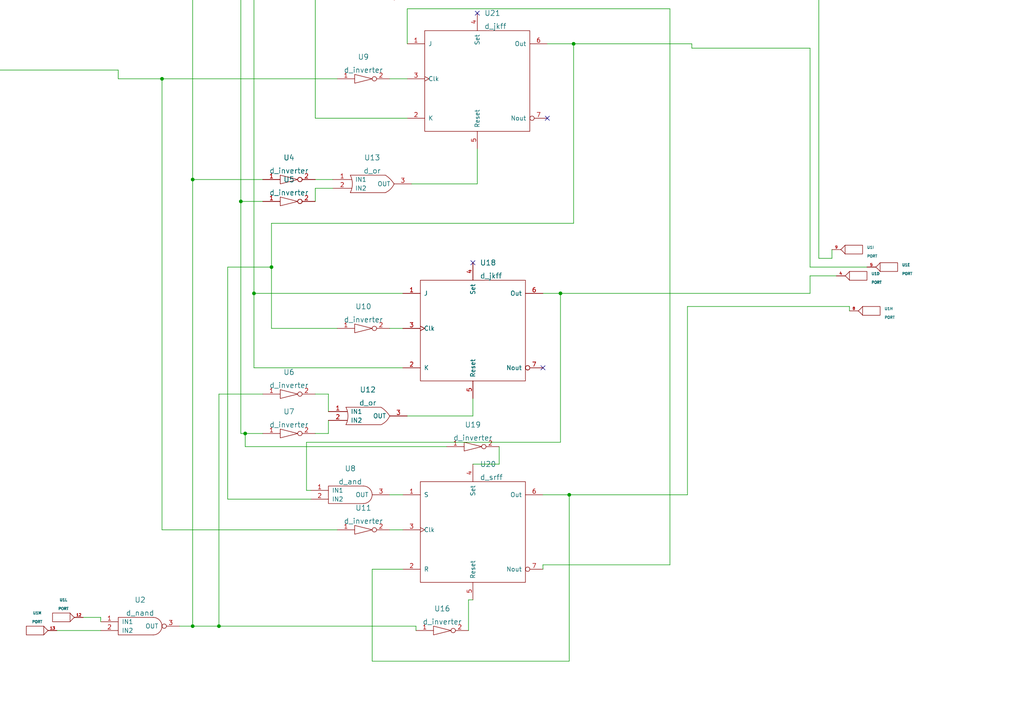
<source format=kicad_sch>
(kicad_sch (version 20211123) (generator eeschema)

  (uuid 6c339fe8-8b6f-4ede-ba98-6fcd96e1249f)

  (paper "A4")

  (lib_symbols
    (symbol "eSim_Digital:d_and" (pin_names (offset 1.016)) (in_bom yes) (on_board yes)
      (property "Reference" "U" (id 0) (at 0 0 0)
        (effects (font (size 1.524 1.524)))
      )
      (property "Value" "d_and" (id 1) (at 1.27 2.54 0)
        (effects (font (size 1.524 1.524)))
      )
      (property "Footprint" "" (id 2) (at 0 0 0)
        (effects (font (size 1.524 1.524)))
      )
      (property "Datasheet" "" (id 3) (at 0 0 0)
        (effects (font (size 1.524 1.524)))
      )
      (symbol "d_and_0_1"
        (polyline
          (pts
            (xy 3.81 -1.27)
            (xy -6.35 -1.27)
            (xy -6.35 3.81)
            (xy 3.81 3.81)
          )
          (stroke (width 0) (type default) (color 0 0 0 0))
          (fill (type none))
        )
        (arc (start 3.81 -1.27) (mid 5.5897 -0.5171) (end 6.35 1.27)
          (stroke (width 0) (type default) (color 0 0 0 0))
          (fill (type none))
        )
        (arc (start 6.35 1.27) (mid 5.5971 3.0497) (end 3.81 3.81)
          (stroke (width 0) (type default) (color 0 0 0 0))
          (fill (type none))
        )
      )
      (symbol "d_and_1_1"
        (pin input line (at -11.43 2.54 0) (length 5.08)
          (name "IN1" (effects (font (size 1.27 1.27))))
          (number "1" (effects (font (size 1.27 1.27))))
        )
        (pin input line (at -11.43 0 0) (length 5.08)
          (name "IN2" (effects (font (size 1.27 1.27))))
          (number "2" (effects (font (size 1.27 1.27))))
        )
        (pin output line (at 11.43 1.27 180) (length 5.08)
          (name "OUT" (effects (font (size 1.27 1.27))))
          (number "3" (effects (font (size 1.27 1.27))))
        )
      )
    )
    (symbol "eSim_Digital:d_inverter" (pin_names (offset 1.016)) (in_bom yes) (on_board yes)
      (property "Reference" "U" (id 0) (at 0 -2.54 0)
        (effects (font (size 1.524 1.524)))
      )
      (property "Value" "d_inverter" (id 1) (at 0 3.81 0)
        (effects (font (size 1.524 1.524)))
      )
      (property "Footprint" "" (id 2) (at 1.27 -1.27 0)
        (effects (font (size 1.524 1.524)))
      )
      (property "Datasheet" "" (id 3) (at 1.27 -1.27 0)
        (effects (font (size 1.524 1.524)))
      )
      (symbol "d_inverter_0_1"
        (polyline
          (pts
            (xy -2.54 1.27)
            (xy -2.54 -1.27)
            (xy 2.54 0)
            (xy -2.54 1.27)
          )
          (stroke (width 0) (type default) (color 0 0 0 0))
          (fill (type none))
        )
      )
      (symbol "d_inverter_1_1"
        (pin input line (at -7.62 0 0) (length 5.08)
          (name "~" (effects (font (size 1.27 1.27))))
          (number "1" (effects (font (size 1.27 1.27))))
        )
        (pin output inverted (at 7.62 0 180) (length 5.08)
          (name "~" (effects (font (size 1.27 1.27))))
          (number "2" (effects (font (size 1.27 1.27))))
        )
      )
    )
    (symbol "eSim_Digital:d_jkff" (pin_names (offset 1.016)) (in_bom yes) (on_board yes)
      (property "Reference" "U" (id 0) (at 0 0 0)
        (effects (font (size 1.524 1.524)))
      )
      (property "Value" "d_jkff" (id 1) (at 1.27 3.81 0)
        (effects (font (size 1.524 1.524)))
      )
      (property "Footprint" "" (id 2) (at 0 0 0)
        (effects (font (size 1.524 1.524)))
      )
      (property "Datasheet" "" (id 3) (at 0 0 0)
        (effects (font (size 1.524 1.524)))
      )
      (symbol "d_jkff_0_1"
        (rectangle (start 15.24 13.97) (end -15.24 -15.24)
          (stroke (width 0) (type default) (color 0 0 0 0))
          (fill (type none))
        )
      )
      (symbol "d_jkff_1_1"
        (pin input line (at -20.32 10.16 0) (length 5.08)
          (name "J" (effects (font (size 1.27 1.27))))
          (number "1" (effects (font (size 1.27 1.27))))
        )
        (pin input line (at -20.32 -11.43 0) (length 5.08)
          (name "K" (effects (font (size 1.27 1.27))))
          (number "2" (effects (font (size 1.27 1.27))))
        )
        (pin input clock (at -20.32 0 0) (length 5.08)
          (name "Clk" (effects (font (size 1.27 1.27))))
          (number "3" (effects (font (size 1.27 1.27))))
        )
        (pin input line (at 0 19.05 270) (length 5.08)
          (name "Set" (effects (font (size 1.27 1.27))))
          (number "4" (effects (font (size 1.27 1.27))))
        )
        (pin input line (at 0 -20.32 90) (length 5.08)
          (name "Reset" (effects (font (size 1.27 1.27))))
          (number "5" (effects (font (size 1.27 1.27))))
        )
        (pin output line (at 20.32 10.16 180) (length 5.08)
          (name "Out" (effects (font (size 1.27 1.27))))
          (number "6" (effects (font (size 1.27 1.27))))
        )
        (pin output inverted (at 20.32 -11.43 180) (length 5.08)
          (name "Nout" (effects (font (size 1.27 1.27))))
          (number "7" (effects (font (size 1.27 1.27))))
        )
      )
    )
    (symbol "eSim_Digital:d_nand" (pin_names (offset 1.016)) (in_bom yes) (on_board yes)
      (property "Reference" "U" (id 0) (at 0 0 0)
        (effects (font (size 1.524 1.524)))
      )
      (property "Value" "d_nand" (id 1) (at 1.27 2.54 0)
        (effects (font (size 1.524 1.524)))
      )
      (property "Footprint" "" (id 2) (at 0 0 0)
        (effects (font (size 1.524 1.524)))
      )
      (property "Datasheet" "" (id 3) (at 0 0 0)
        (effects (font (size 1.524 1.524)))
      )
      (symbol "d_nand_0_1"
        (polyline
          (pts
            (xy 3.81 -1.27)
            (xy -6.35 -1.27)
            (xy -6.35 3.81)
            (xy 3.81 3.81)
          )
          (stroke (width 0) (type default) (color 0 0 0 0))
          (fill (type none))
        )
        (arc (start 3.81 -1.27) (mid 5.5897 -0.5171) (end 6.35 1.27)
          (stroke (width 0) (type default) (color 0 0 0 0))
          (fill (type none))
        )
        (arc (start 6.35 1.27) (mid 5.5971 3.0497) (end 3.81 3.81)
          (stroke (width 0) (type default) (color 0 0 0 0))
          (fill (type none))
        )
      )
      (symbol "d_nand_1_1"
        (pin input line (at -11.43 2.54 0) (length 5.08)
          (name "IN1" (effects (font (size 1.27 1.27))))
          (number "1" (effects (font (size 1.27 1.27))))
        )
        (pin input line (at -11.43 0 0) (length 5.08)
          (name "IN2" (effects (font (size 1.27 1.27))))
          (number "2" (effects (font (size 1.27 1.27))))
        )
        (pin output inverted (at 11.43 1.27 180) (length 5.08)
          (name "OUT" (effects (font (size 1.27 1.27))))
          (number "3" (effects (font (size 1.27 1.27))))
        )
      )
    )
    (symbol "eSim_Digital:d_or" (pin_names (offset 1.016)) (in_bom yes) (on_board yes)
      (property "Reference" "U" (id 0) (at 0 0 0)
        (effects (font (size 1.524 1.524)))
      )
      (property "Value" "d_or" (id 1) (at 0 2.54 0)
        (effects (font (size 1.524 1.524)))
      )
      (property "Footprint" "" (id 2) (at 0 0 0)
        (effects (font (size 1.524 1.524)))
      )
      (property "Datasheet" "" (id 3) (at 0 0 0)
        (effects (font (size 1.524 1.524)))
      )
      (symbol "d_or_0_1"
        (arc (start -6.35 -1.27) (mid -5.7504 1.27) (end -6.35 3.81)
          (stroke (width 0) (type default) (color 0 0 0 0))
          (fill (type none))
        )
        (polyline
          (pts
            (xy -6.35 -1.27)
            (xy 3.81 -1.27)
          )
          (stroke (width 0) (type default) (color 0 0 0 0))
          (fill (type none))
        )
        (polyline
          (pts
            (xy -6.35 3.81)
            (xy 3.81 3.81)
          )
          (stroke (width 0) (type default) (color 0 0 0 0))
          (fill (type none))
        )
        (arc (start 3.81 -1.27) (mid 5.3181 -0.2399) (end 6.35 1.27)
          (stroke (width 0) (type default) (color 0 0 0 0))
          (fill (type none))
        )
        (arc (start 6.35 1.27) (mid 5.2222 2.6828) (end 3.81 3.81)
          (stroke (width 0) (type default) (color 0 0 0 0))
          (fill (type none))
        )
      )
      (symbol "d_or_1_1"
        (pin input line (at -11.43 2.54 0) (length 5.461)
          (name "IN1" (effects (font (size 1.27 1.27))))
          (number "1" (effects (font (size 1.27 1.27))))
        )
        (pin input line (at -11.43 0 0) (length 5.461)
          (name "IN2" (effects (font (size 1.27 1.27))))
          (number "2" (effects (font (size 1.27 1.27))))
        )
        (pin output line (at 11.43 1.27 180) (length 5.08)
          (name "OUT" (effects (font (size 1.27 1.27))))
          (number "3" (effects (font (size 1.27 1.27))))
        )
      )
    )
    (symbol "eSim_Digital:d_srff" (pin_names (offset 1.016)) (in_bom yes) (on_board yes)
      (property "Reference" "U" (id 0) (at 0 0 0)
        (effects (font (size 1.524 1.524)))
      )
      (property "Value" "d_srff" (id 1) (at 1.27 3.81 0)
        (effects (font (size 1.524 1.524)))
      )
      (property "Footprint" "" (id 2) (at 0 0 0)
        (effects (font (size 1.524 1.524)))
      )
      (property "Datasheet" "" (id 3) (at 0 0 0)
        (effects (font (size 1.524 1.524)))
      )
      (symbol "d_srff_0_1"
        (rectangle (start 15.24 13.97) (end -15.24 -15.24)
          (stroke (width 0) (type default) (color 0 0 0 0))
          (fill (type none))
        )
      )
      (symbol "d_srff_1_1"
        (pin input line (at -20.32 10.16 0) (length 5.08)
          (name "S" (effects (font (size 1.27 1.27))))
          (number "1" (effects (font (size 1.27 1.27))))
        )
        (pin input line (at -20.32 -11.43 0) (length 5.08)
          (name "R" (effects (font (size 1.27 1.27))))
          (number "2" (effects (font (size 1.27 1.27))))
        )
        (pin input clock (at -20.32 0 0) (length 5.08)
          (name "Clk" (effects (font (size 1.27 1.27))))
          (number "3" (effects (font (size 1.27 1.27))))
        )
        (pin input line (at 0 19.05 270) (length 5.08)
          (name "Set" (effects (font (size 1.27 1.27))))
          (number "4" (effects (font (size 1.27 1.27))))
        )
        (pin input line (at 0 -20.32 90) (length 5.08)
          (name "Reset" (effects (font (size 1.27 1.27))))
          (number "5" (effects (font (size 1.27 1.27))))
        )
        (pin output line (at 20.32 10.16 180) (length 5.08)
          (name "Out" (effects (font (size 1.27 1.27))))
          (number "6" (effects (font (size 1.27 1.27))))
        )
        (pin output inverted (at 20.32 -11.43 180) (length 5.08)
          (name "Nout" (effects (font (size 1.27 1.27))))
          (number "7" (effects (font (size 1.27 1.27))))
        )
      )
    )
    (symbol "eSim_Miscellaneous:PORT" (pin_names (offset 1.016)) (in_bom yes) (on_board yes)
      (property "Reference" "U" (id 0) (at 1.27 2.54 0)
        (effects (font (size 0.762 0.762)))
      )
      (property "Value" "PORT" (id 1) (at 0 0 0)
        (effects (font (size 0.762 0.762)))
      )
      (property "Footprint" "" (id 2) (at 0 0 0)
        (effects (font (size 1.524 1.524)))
      )
      (property "Datasheet" "" (id 3) (at 0 0 0)
        (effects (font (size 1.524 1.524)))
      )
      (symbol "PORT_0_1"
        (rectangle (start -2.54 1.27) (end 2.54 -1.27)
          (stroke (width 0) (type default) (color 0 0 0 0))
          (fill (type none))
        )
        (arc (start 2.54 1.27) (mid 3.1355 0.5955) (end 3.81 0)
          (stroke (width 0) (type default) (color 0 0 0 0))
          (fill (type none))
        )
        (arc (start 3.81 0) (mid 3.1447 -0.6046) (end 2.54 -1.27)
          (stroke (width 0) (type default) (color 0 0 0 0))
          (fill (type none))
        )
      )
      (symbol "PORT_1_1"
        (pin bidirectional line (at 6.35 0 180) (length 2.54)
          (name "~" (effects (font (size 0.762 0.762))))
          (number "1" (effects (font (size 0.762 0.762))))
        )
      )
      (symbol "PORT_2_1"
        (pin bidirectional line (at 6.35 0 180) (length 2.54)
          (name "~" (effects (font (size 0.762 0.762))))
          (number "2" (effects (font (size 0.762 0.762))))
        )
      )
      (symbol "PORT_3_1"
        (pin bidirectional line (at 6.35 0 180) (length 2.54)
          (name "~" (effects (font (size 0.762 0.762))))
          (number "3" (effects (font (size 0.762 0.762))))
        )
      )
      (symbol "PORT_4_1"
        (pin bidirectional line (at 6.35 0 180) (length 2.54)
          (name "~" (effects (font (size 0.762 0.762))))
          (number "4" (effects (font (size 0.762 0.762))))
        )
      )
      (symbol "PORT_5_1"
        (pin bidirectional line (at 6.35 0 180) (length 2.54)
          (name "~" (effects (font (size 0.762 0.762))))
          (number "5" (effects (font (size 0.762 0.762))))
        )
      )
      (symbol "PORT_6_1"
        (pin bidirectional line (at 6.35 0 180) (length 2.54)
          (name "~" (effects (font (size 0.762 0.762))))
          (number "6" (effects (font (size 0.762 0.762))))
        )
      )
      (symbol "PORT_7_1"
        (pin bidirectional line (at 6.35 0 180) (length 2.54)
          (name "~" (effects (font (size 0.762 0.762))))
          (number "7" (effects (font (size 0.762 0.762))))
        )
      )
      (symbol "PORT_8_1"
        (pin bidirectional line (at 6.35 0 180) (length 2.54)
          (name "~" (effects (font (size 0.762 0.762))))
          (number "8" (effects (font (size 0.762 0.762))))
        )
      )
      (symbol "PORT_9_1"
        (pin bidirectional line (at 6.35 0 180) (length 2.54)
          (name "~" (effects (font (size 0.762 0.762))))
          (number "9" (effects (font (size 0.762 0.762))))
        )
      )
      (symbol "PORT_10_1"
        (pin bidirectional line (at 6.35 0 180) (length 2.54)
          (name "~" (effects (font (size 0.762 0.762))))
          (number "10" (effects (font (size 0.762 0.762))))
        )
      )
      (symbol "PORT_11_1"
        (pin bidirectional line (at 6.35 0 180) (length 2.54)
          (name "~" (effects (font (size 0.762 0.762))))
          (number "11" (effects (font (size 0.762 0.762))))
        )
      )
      (symbol "PORT_12_1"
        (pin bidirectional line (at 6.35 0 180) (length 2.54)
          (name "~" (effects (font (size 0.762 0.762))))
          (number "12" (effects (font (size 0.762 0.762))))
        )
      )
      (symbol "PORT_13_1"
        (pin bidirectional line (at 6.35 0 180) (length 2.54)
          (name "~" (effects (font (size 0.762 0.762))))
          (number "13" (effects (font (size 0.762 0.762))))
        )
      )
      (symbol "PORT_14_1"
        (pin bidirectional line (at 6.35 0 180) (length 2.54)
          (name "~" (effects (font (size 0.762 0.762))))
          (number "14" (effects (font (size 0.762 0.762))))
        )
      )
      (symbol "PORT_15_1"
        (pin bidirectional line (at 6.35 0 180) (length 2.54)
          (name "~" (effects (font (size 0.762 0.762))))
          (number "15" (effects (font (size 0.762 0.762))))
        )
      )
      (symbol "PORT_16_1"
        (pin bidirectional line (at 6.35 0 180) (length 2.54)
          (name "~" (effects (font (size 0.762 0.762))))
          (number "16" (effects (font (size 0.762 0.762))))
        )
      )
      (symbol "PORT_17_1"
        (pin bidirectional line (at 6.35 0 180) (length 2.54)
          (name "~" (effects (font (size 0.762 0.762))))
          (number "17" (effects (font (size 0.762 0.762))))
        )
      )
      (symbol "PORT_18_1"
        (pin bidirectional line (at 6.35 0 180) (length 2.54)
          (name "~" (effects (font (size 0.762 0.762))))
          (number "18" (effects (font (size 0.762 0.762))))
        )
      )
      (symbol "PORT_19_1"
        (pin bidirectional line (at 6.35 0 180) (length 2.54)
          (name "~" (effects (font (size 0.762 0.762))))
          (number "19" (effects (font (size 0.762 0.762))))
        )
      )
      (symbol "PORT_20_1"
        (pin bidirectional line (at 6.35 0 180) (length 2.54)
          (name "~" (effects (font (size 0.762 0.762))))
          (number "20" (effects (font (size 0.762 0.762))))
        )
      )
      (symbol "PORT_21_1"
        (pin bidirectional line (at 6.35 0 180) (length 2.54)
          (name "~" (effects (font (size 0.762 0.762))))
          (number "21" (effects (font (size 0.762 0.762))))
        )
      )
      (symbol "PORT_22_1"
        (pin bidirectional line (at 6.35 0 180) (length 2.54)
          (name "~" (effects (font (size 0.762 0.762))))
          (number "22" (effects (font (size 0.762 0.762))))
        )
      )
      (symbol "PORT_23_1"
        (pin bidirectional line (at 6.35 0 180) (length 2.54)
          (name "~" (effects (font (size 0.762 0.762))))
          (number "23" (effects (font (size 0.762 0.762))))
        )
      )
      (symbol "PORT_24_1"
        (pin bidirectional line (at 6.35 0 180) (length 2.54)
          (name "~" (effects (font (size 0.762 0.762))))
          (number "24" (effects (font (size 0.762 0.762))))
        )
      )
      (symbol "PORT_25_1"
        (pin bidirectional line (at 6.35 0 180) (length 2.54)
          (name "~" (effects (font (size 0.762 0.762))))
          (number "25" (effects (font (size 0.762 0.762))))
        )
      )
      (symbol "PORT_26_1"
        (pin bidirectional line (at 6.35 0 180) (length 2.54)
          (name "~" (effects (font (size 0.762 0.762))))
          (number "26" (effects (font (size 0.762 0.762))))
        )
      )
    )
  )

  (junction (at 73.66 85.09) (diameter 0) (color 0 0 0 0)
    (uuid 10c260d3-cc5c-46df-95a9-eac0448b15f0)
  )
  (junction (at 166.37 12.7) (diameter 0) (color 0 0 0 0)
    (uuid 172b9ed1-d062-4667-a9bf-14c501c922d6)
  )
  (junction (at 71.12 125.73) (diameter 0) (color 0 0 0 0)
    (uuid 4ecfb5ba-c6f4-4118-bb2b-0122d759c04d)
  )
  (junction (at 165.1 143.51) (diameter 0) (color 0 0 0 0)
    (uuid 5195a058-2fbc-4b98-bc79-c5d08654d72a)
  )
  (junction (at 69.85 -67.31) (diameter 0) (color 0 0 0 0)
    (uuid 579eb4e6-178c-461c-b7c7-d491cf59b981)
  )
  (junction (at 91.44 -16.51) (diameter 0) (color 0 0 0 0)
    (uuid 610d0831-b988-46d9-8536-2c0d107f0841)
  )
  (junction (at 162.56 85.09) (diameter 0) (color 0 0 0 0)
    (uuid 72afdc9d-8b33-4533-868d-2b3bc0384bad)
  )
  (junction (at 73.66 -10.16) (diameter 0) (color 0 0 0 0)
    (uuid 86e26f17-7a43-4d2b-9ab7-74e056186281)
  )
  (junction (at 78.74 77.47) (diameter 0) (color 0 0 0 0)
    (uuid 9e8c9ac0-b710-4660-b6cc-cecadb73c4fb)
  )
  (junction (at 69.85 58.42) (diameter 0) (color 0 0 0 0)
    (uuid 9faa1bcc-3235-4d80-bc29-0af01af0618f)
  )
  (junction (at 63.5 181.61) (diameter 0) (color 0 0 0 0)
    (uuid b4f1da97-4eef-454d-a3cf-3fab706fabf0)
  )
  (junction (at 91.44 -13.97) (diameter 0) (color 0 0 0 0)
    (uuid ba550247-7ba6-48c0-8381-68e5c4ed9ece)
  )
  (junction (at 55.88 52.07) (diameter 0) (color 0 0 0 0)
    (uuid c8fed241-a1c4-42e1-81c6-5499783df883)
  )
  (junction (at 55.88 181.61) (diameter 0) (color 0 0 0 0)
    (uuid e3cd3aa3-ce6b-4ab3-b7fa-a25e6acb2905)
  )
  (junction (at 46.99 22.86) (diameter 0) (color 0 0 0 0)
    (uuid ebd6e9ec-fc1d-4b1b-b3d5-b4932b61c3b6)
  )

  (no_connect (at 158.75 34.29) (uuid 2b70121d-e268-4701-940b-79e2e4f11138))
  (no_connect (at 137.16 76.2) (uuid 4433726d-b4b5-4d48-9bec-0b1d13a6d896))
  (no_connect (at 73.66 -100.33) (uuid 6f661c49-1b1d-441b-995f-800ed3b871a1))
  (no_connect (at 38.1 -92.71) (uuid c4bea283-ad72-40b3-8d2b-f2bc0de5ebfe))
  (no_connect (at 160.02 -13.97) (uuid caa310f0-1b7f-4a3e-b87b-9b5aa5eb2633))
  (no_connect (at 138.43 3.81) (uuid d5911007-995f-495a-b491-e52667b86533))
  (no_connect (at 74.93 -82.55) (uuid e73ad244-61f2-44dd-96a8-3bb0e414f232))
  (no_connect (at 157.48 106.68) (uuid fa9f2be0-f339-4ca0-8cd8-3f637778d00c))

  (wire (pts (xy 200.66 13.97) (xy 234.95 13.97))
    (stroke (width 0) (type default) (color 0 0 0 0))
    (uuid 009f4d11-7601-400e-9c46-cbf7d5e3691b)
  )
  (wire (pts (xy 91.44 125.73) (xy 95.25 125.73))
    (stroke (width 0) (type default) (color 0 0 0 0))
    (uuid 013fa22b-b274-4c4c-b2d0-33528586f17a)
  )
  (wire (pts (xy 199.39 88.9) (xy 246.38 88.9))
    (stroke (width 0) (type default) (color 0 0 0 0))
    (uuid 0bc8673b-ccb5-4a2e-a869-40fde7531c2c)
  )
  (wire (pts (xy 118.11 12.7) (xy 118.11 2.54))
    (stroke (width 0) (type default) (color 0 0 0 0))
    (uuid 0c1a5056-af3f-45bc-8ff1-880b1b78c258)
  )
  (wire (pts (xy 97.79 153.67) (xy 46.99 153.67))
    (stroke (width 0) (type default) (color 0 0 0 0))
    (uuid 0c6dd4c3-bae7-43dd-b02b-b1b52d2bfcb0)
  )
  (wire (pts (xy 31.75 -62.23) (xy 43.18 -62.23))
    (stroke (width 0) (type default) (color 0 0 0 0))
    (uuid 0efbe422-b9cb-43d6-ac75-b86da6e8b35c)
  )
  (wire (pts (xy 91.44 -35.56) (xy 91.44 -16.51))
    (stroke (width 0) (type default) (color 0 0 0 0))
    (uuid 0f43891f-adeb-41de-9067-bb424247083a)
  )
  (wire (pts (xy 97.79 95.25) (xy 78.74 95.25))
    (stroke (width 0) (type default) (color 0 0 0 0))
    (uuid 13e0951e-0df2-43eb-967a-39181555fa97)
  )
  (wire (pts (xy -20.32 20.32) (xy 34.29 20.32))
    (stroke (width 0) (type default) (color 0 0 0 0))
    (uuid 15bd3249-97f4-45ba-876b-019975a949b2)
  )
  (wire (pts (xy -20.32 21.59) (xy -20.32 20.32))
    (stroke (width 0) (type default) (color 0 0 0 0))
    (uuid 19ef6687-ff36-4634-9041-a69fe56a601f)
  )
  (wire (pts (xy 200.66 -35.56) (xy 200.66 -36.83))
    (stroke (width 0) (type default) (color 0 0 0 0))
    (uuid 1b8a6834-507c-4658-81a5-eebca12d3d8d)
  )
  (wire (pts (xy 69.85 -67.31) (xy 124.46 -67.31))
    (stroke (width 0) (type default) (color 0 0 0 0))
    (uuid 1bcbe430-c1d3-473a-a069-f9a7c1e22654)
  )
  (wire (pts (xy 97.79 22.86) (xy 46.99 22.86))
    (stroke (width 0) (type default) (color 0 0 0 0))
    (uuid 1bdc61be-27b0-4948-b6f6-af3338834435)
  )
  (wire (pts (xy 46.99 22.86) (xy 34.29 22.86))
    (stroke (width 0) (type default) (color 0 0 0 0))
    (uuid 1c165781-4dcf-45ad-919f-0ef846a134d0)
  )
  (wire (pts (xy 78.74 64.77) (xy 166.37 64.77))
    (stroke (width 0) (type default) (color 0 0 0 0))
    (uuid 1c3b14be-9f23-46c6-982b-60a319a891bd)
  )
  (wire (pts (xy 73.66 -16.51) (xy 73.66 -10.16))
    (stroke (width 0) (type default) (color 0 0 0 0))
    (uuid 1c58274b-a107-4fc1-a3e5-75b0699c7fb9)
  )
  (wire (pts (xy 116.84 106.68) (xy 73.66 106.68))
    (stroke (width 0) (type default) (color 0 0 0 0))
    (uuid 1e8ee0e0-6e0e-4081-bd3d-05e806b290e0)
  )
  (wire (pts (xy 118.11 34.29) (xy 91.44 34.29))
    (stroke (width 0) (type default) (color 0 0 0 0))
    (uuid 1ef4093c-b4bf-4430-9979-8611d7faaace)
  )
  (wire (pts (xy 199.39 88.9) (xy 199.39 143.51))
    (stroke (width 0) (type default) (color 0 0 0 0))
    (uuid 22e0f9f6-6c7d-4b01-ac95-69b6c61142cc)
  )
  (wire (pts (xy 46.99 153.67) (xy 46.99 22.86))
    (stroke (width 0) (type default) (color 0 0 0 0))
    (uuid 26cfa32d-18fa-4d93-ad0f-bc7958794dd3)
  )
  (wire (pts (xy 71.12 125.73) (xy 69.85 125.73))
    (stroke (width 0) (type default) (color 0 0 0 0))
    (uuid 2a1f09bc-4dba-499e-a75c-5d5d784d15fb)
  )
  (wire (pts (xy 118.11 2.54) (xy 194.31 2.54))
    (stroke (width 0) (type default) (color 0 0 0 0))
    (uuid 2df98de7-c7b9-49e2-95b9-b0e05c6fde51)
  )
  (wire (pts (xy 95.25 114.3) (xy 95.25 119.38))
    (stroke (width 0) (type default) (color 0 0 0 0))
    (uuid 2e71518f-172e-4cea-a520-16569d96cec8)
  )
  (wire (pts (xy 16.51 182.88) (xy 29.21 182.88))
    (stroke (width 0) (type default) (color 0 0 0 0))
    (uuid 2eb46528-f918-44b7-b627-9c70b66f980a)
  )
  (wire (pts (xy 166.37 12.7) (xy 200.66 12.7))
    (stroke (width 0) (type default) (color 0 0 0 0))
    (uuid 343f3414-4098-4ba6-9876-7ae21458c0ec)
  )
  (wire (pts (xy 107.95 191.77) (xy 165.1 191.77))
    (stroke (width 0) (type default) (color 0 0 0 0))
    (uuid 35871246-0a48-413c-a9f2-49cf490e0a81)
  )
  (wire (pts (xy 91.44 114.3) (xy 95.25 114.3))
    (stroke (width 0) (type default) (color 0 0 0 0))
    (uuid 3c32bd75-f825-4368-ac5a-da05a1165835)
  )
  (wire (pts (xy 31.75 -68.58) (xy 43.18 -68.58))
    (stroke (width 0) (type default) (color 0 0 0 0))
    (uuid 3d9ce4cb-7ed4-48df-b18f-a7a00e1fd0ca)
  )
  (wire (pts (xy 162.56 85.09) (xy 234.95 85.09))
    (stroke (width 0) (type default) (color 0 0 0 0))
    (uuid 40eb9333-6bf5-4511-8b4a-fafc60ce61f0)
  )
  (wire (pts (xy 158.75 12.7) (xy 166.37 12.7))
    (stroke (width 0) (type default) (color 0 0 0 0))
    (uuid 428c6833-641b-4cc6-8e87-4d722519f405)
  )
  (wire (pts (xy 109.22 -1.27) (xy 55.88 -1.27))
    (stroke (width 0) (type default) (color 0 0 0 0))
    (uuid 433c4302-f355-41dd-ac1d-c2e922af1b1e)
  )
  (wire (pts (xy 237.49 -36.83) (xy 200.66 -36.83))
    (stroke (width 0) (type default) (color 0 0 0 0))
    (uuid 44b63962-c30a-481f-9be5-f039d38d409c)
  )
  (wire (pts (xy 162.56 85.09) (xy 162.56 128.27))
    (stroke (width 0) (type default) (color 0 0 0 0))
    (uuid 44c2eb06-52da-4970-99f1-85b59f8f4cad)
  )
  (wire (pts (xy 144.78 129.54) (xy 144.78 134.62))
    (stroke (width 0) (type default) (color 0 0 0 0))
    (uuid 45a70049-3a33-4bd5-bdf9-405375bac4c9)
  )
  (wire (pts (xy -38.1 -21.59) (xy -19.05 -21.59))
    (stroke (width 0) (type default) (color 0 0 0 0))
    (uuid 45e441db-c88a-4d6f-a4f3-072d7a83ed51)
  )
  (wire (pts (xy 119.38 53.34) (xy 138.43 53.34))
    (stroke (width 0) (type default) (color 0 0 0 0))
    (uuid 45e8c516-a63c-4aa3-af57-181e360839ce)
  )
  (wire (pts (xy 95.25 125.73) (xy 95.25 121.92))
    (stroke (width 0) (type default) (color 0 0 0 0))
    (uuid 4a05ed7d-67a6-4d4b-a740-48286e5f51fd)
  )
  (wire (pts (xy 69.85 125.73) (xy 69.85 58.42))
    (stroke (width 0) (type default) (color 0 0 0 0))
    (uuid 4d6c17a0-25e4-41f8-963a-2cf6ff7ca81d)
  )
  (wire (pts (xy 55.88 52.07) (xy 55.88 181.61))
    (stroke (width 0) (type default) (color 0 0 0 0))
    (uuid 4e889591-a642-42b8-be7e-213b4ccc1336)
  )
  (wire (pts (xy 124.46 -67.31) (xy 124.46 -55.88))
    (stroke (width 0) (type default) (color 0 0 0 0))
    (uuid 4f9a6a04-d608-40fb-9262-3521a2ba530b)
  )
  (wire (pts (xy -19.05 -25.4) (xy -19.05 -21.59))
    (stroke (width 0) (type default) (color 0 0 0 0))
    (uuid 511184d4-ad96-4276-bb32-30c77d832db1)
  )
  (wire (pts (xy 63.5 181.61) (xy 120.65 181.61))
    (stroke (width 0) (type default) (color 0 0 0 0))
    (uuid 526ce470-80f6-4188-b6df-881ed03df108)
  )
  (wire (pts (xy 160.02 -35.56) (xy 200.66 -35.56))
    (stroke (width 0) (type default) (color 0 0 0 0))
    (uuid 53bb48f1-c082-4ad2-8b7c-e3f98ffd63f7)
  )
  (wire (pts (xy 73.66 85.09) (xy 73.66 106.68))
    (stroke (width 0) (type default) (color 0 0 0 0))
    (uuid 561a89da-2b3b-47b0-8890-7aeba77bbf5d)
  )
  (wire (pts (xy 55.88 52.07) (xy 76.2 52.07))
    (stroke (width 0) (type default) (color 0 0 0 0))
    (uuid 5856738e-abe0-48bd-8069-4e4e315c8dcd)
  )
  (wire (pts (xy 135.89 173.99) (xy 137.16 173.99))
    (stroke (width 0) (type default) (color 0 0 0 0))
    (uuid 5b4d9557-d98d-4792-b08c-012fd030bfc6)
  )
  (wire (pts (xy 73.66 -16.51) (xy 91.44 -16.51))
    (stroke (width 0) (type default) (color 0 0 0 0))
    (uuid 5b99d12d-68e9-44c7-8931-ec7e583ad6c8)
  )
  (wire (pts (xy 116.84 165.1) (xy 107.95 165.1))
    (stroke (width 0) (type default) (color 0 0 0 0))
    (uuid 5dc63175-2c10-41f3-ac66-e5924b4ccc8f)
  )
  (wire (pts (xy 91.44 54.61) (xy 91.44 58.42))
    (stroke (width 0) (type default) (color 0 0 0 0))
    (uuid 5ddcc4bd-d5d0-4688-afdd-99ac6c339842)
  )
  (wire (pts (xy 101.6 -25.4) (xy -19.05 -25.4))
    (stroke (width 0) (type default) (color 0 0 0 0))
    (uuid 5e7467f9-8cf1-44b8-bca3-f13eb9d7945b)
  )
  (wire (pts (xy 88.9 142.24) (xy 90.17 142.24))
    (stroke (width 0) (type default) (color 0 0 0 0))
    (uuid 614bc281-3505-44fa-ba88-1375cff76b7e)
  )
  (wire (pts (xy 76.2 125.73) (xy 71.12 125.73))
    (stroke (width 0) (type default) (color 0 0 0 0))
    (uuid 6164ba52-396b-4127-b040-a874f11e22e4)
  )
  (wire (pts (xy 234.95 85.09) (xy 234.95 80.01))
    (stroke (width 0) (type default) (color 0 0 0 0))
    (uuid 626e065f-2751-47f1-80ee-f7090870e024)
  )
  (wire (pts (xy 165.1 191.77) (xy 165.1 143.51))
    (stroke (width 0) (type default) (color 0 0 0 0))
    (uuid 62bab195-ec4f-4c3c-8d53-21129b304354)
  )
  (wire (pts (xy 234.95 80.01) (xy 242.57 80.01))
    (stroke (width 0) (type default) (color 0 0 0 0))
    (uuid 654dcfd3-b3fc-4723-b347-cab1e9133dae)
  )
  (wire (pts (xy 29.21 179.07) (xy 29.21 180.34))
    (stroke (width 0) (type default) (color 0 0 0 0))
    (uuid 68d2b740-c58a-4a2b-9f26-bd524b7ebae4)
  )
  (wire (pts (xy 157.48 143.51) (xy 165.1 143.51))
    (stroke (width 0) (type default) (color 0 0 0 0))
    (uuid 6c45b92f-289c-4009-8820-794391845e4a)
  )
  (wire (pts (xy 69.85 58.42) (xy 76.2 58.42))
    (stroke (width 0) (type default) (color 0 0 0 0))
    (uuid 6c77c9e0-c674-47fb-b831-ac42c4351444)
  )
  (wire (pts (xy 118.11 120.65) (xy 137.16 120.65))
    (stroke (width 0) (type default) (color 0 0 0 0))
    (uuid 6e30bac4-6d8e-4b30-b514-9a1b0ce00c39)
  )
  (wire (pts (xy 66.04 77.47) (xy 78.74 77.47))
    (stroke (width 0) (type default) (color 0 0 0 0))
    (uuid 71b4e0dc-219e-46cd-befc-33a01645da1e)
  )
  (wire (pts (xy 246.38 88.9) (xy 246.38 90.17))
    (stroke (width 0) (type default) (color 0 0 0 0))
    (uuid 740dd787-cf94-4fc6-8821-c8c54d14e450)
  )
  (wire (pts (xy 113.03 95.25) (xy 116.84 95.25))
    (stroke (width 0) (type default) (color 0 0 0 0))
    (uuid 76f7e196-04a4-4bd0-93d0-9328bc22a923)
  )
  (wire (pts (xy 113.03 143.51) (xy 116.84 143.51))
    (stroke (width 0) (type default) (color 0 0 0 0))
    (uuid 777382bf-9011-4cde-bb9f-72a37ef9bbe5)
  )
  (wire (pts (xy 66.04 144.78) (xy 66.04 77.47))
    (stroke (width 0) (type default) (color 0 0 0 0))
    (uuid 78dc3750-cdbc-4152-bc81-8f8dfbcc1c35)
  )
  (wire (pts (xy 113.03 22.86) (xy 118.11 22.86))
    (stroke (width 0) (type default) (color 0 0 0 0))
    (uuid 821468ce-1579-44a8-9960-041468ce3868)
  )
  (wire (pts (xy 162.56 128.27) (xy 88.9 128.27))
    (stroke (width 0) (type default) (color 0 0 0 0))
    (uuid 8245875c-4942-4ddb-862d-7566296e30df)
  )
  (wire (pts (xy 88.9 128.27) (xy 88.9 142.24))
    (stroke (width 0) (type default) (color 0 0 0 0))
    (uuid 846071df-ba20-47d4-97ae-29004a4fe392)
  )
  (wire (pts (xy 91.44 -35.56) (xy 119.38 -35.56))
    (stroke (width 0) (type default) (color 0 0 0 0))
    (uuid 8a20a4c8-f802-4197-9b1c-a3c66b810db1)
  )
  (wire (pts (xy 137.16 115.57) (xy 137.16 120.65))
    (stroke (width 0) (type default) (color 0 0 0 0))
    (uuid 916f4658-b0fe-406e-b35c-1997dfe6017f)
  )
  (wire (pts (xy 166.37 64.77) (xy 166.37 12.7))
    (stroke (width 0) (type default) (color 0 0 0 0))
    (uuid 9486f258-7f1c-4725-a1e0-77739690f921)
  )
  (wire (pts (xy 71.12 129.54) (xy 129.54 129.54))
    (stroke (width 0) (type default) (color 0 0 0 0))
    (uuid 94f82574-f2c1-474e-97e5-994d747f5060)
  )
  (wire (pts (xy 234.95 13.97) (xy 234.95 77.47))
    (stroke (width 0) (type default) (color 0 0 0 0))
    (uuid 9a14282e-a3af-4d65-956c-c6d9ab836684)
  )
  (wire (pts (xy 91.44 -13.97) (xy 91.44 34.29))
    (stroke (width 0) (type default) (color 0 0 0 0))
    (uuid 9aa8ae09-db38-4a81-ba92-0af8c53bcbf5)
  )
  (wire (pts (xy -34.29 -10.16) (xy 73.66 -10.16))
    (stroke (width 0) (type default) (color 0 0 0 0))
    (uuid 9b470f38-0b0a-49ff-8b2b-f8682ee607cc)
  )
  (wire (pts (xy 66.04 -67.31) (xy 69.85 -67.31))
    (stroke (width 0) (type default) (color 0 0 0 0))
    (uuid 9dd18c90-0779-4b38-b597-b1aeaf5a6596)
  )
  (wire (pts (xy 24.13 179.07) (xy 29.21 179.07))
    (stroke (width 0) (type default) (color 0 0 0 0))
    (uuid 9e6fe9b6-eb4c-41ab-85cd-da022e604471)
  )
  (wire (pts (xy 237.49 74.93) (xy 237.49 -36.83))
    (stroke (width 0) (type default) (color 0 0 0 0))
    (uuid 9ee975c4-7c4f-4343-b8cd-f39cffee56e5)
  )
  (wire (pts (xy 157.48 163.83) (xy 157.48 165.1))
    (stroke (width 0) (type default) (color 0 0 0 0))
    (uuid a26c52be-5c82-4c6d-9629-cf019e756da7)
  )
  (wire (pts (xy 55.88 -1.27) (xy 55.88 52.07))
    (stroke (width 0) (type default) (color 0 0 0 0))
    (uuid a3459543-7a99-4990-ad9c-2285385efa84)
  )
  (wire (pts (xy 119.38 -13.97) (xy 91.44 -13.97))
    (stroke (width 0) (type default) (color 0 0 0 0))
    (uuid a49ae51d-1a9e-4dd4-b29f-ac1b1678995a)
  )
  (wire (pts (xy 71.12 129.54) (xy 71.12 125.73))
    (stroke (width 0) (type default) (color 0 0 0 0))
    (uuid b060023c-ac50-44a6-8335-b1c46f59f7e2)
  )
  (wire (pts (xy 90.17 144.78) (xy 66.04 144.78))
    (stroke (width 0) (type default) (color 0 0 0 0))
    (uuid b31584f2-ac8d-4791-862f-57945be256aa)
  )
  (wire (pts (xy 194.31 163.83) (xy 157.48 163.83))
    (stroke (width 0) (type default) (color 0 0 0 0))
    (uuid b9b2b847-10a7-4987-acf0-d4e56e6a6fc9)
  )
  (wire (pts (xy 144.78 134.62) (xy 137.16 134.62))
    (stroke (width 0) (type default) (color 0 0 0 0))
    (uuid b9f86c5b-0850-4c6d-92a0-495c76120ab5)
  )
  (wire (pts (xy 124.46 -1.27) (xy 139.7 -1.27))
    (stroke (width 0) (type default) (color 0 0 0 0))
    (uuid bda84762-3a1a-4e8d-b9ed-cbdff54b66a3)
  )
  (wire (pts (xy 113.03 153.67) (xy 116.84 153.67))
    (stroke (width 0) (type default) (color 0 0 0 0))
    (uuid c0bfb495-c5cf-4195-b93a-2b80fdade943)
  )
  (wire (pts (xy 139.7 -55.88) (xy 139.7 -44.45))
    (stroke (width 0) (type default) (color 0 0 0 0))
    (uuid c19b42d5-b82f-40cd-b43c-853852dcba20)
  )
  (wire (pts (xy 200.66 12.7) (xy 200.66 13.97))
    (stroke (width 0) (type default) (color 0 0 0 0))
    (uuid c23353fb-6d69-4fc3-a665-0e300c739c0e)
  )
  (wire (pts (xy 78.74 95.25) (xy 78.74 77.47))
    (stroke (width 0) (type default) (color 0 0 0 0))
    (uuid c3e46fed-a6de-4f4d-b04d-2175906a9fcf)
  )
  (wire (pts (xy 55.88 181.61) (xy 63.5 181.61))
    (stroke (width 0) (type default) (color 0 0 0 0))
    (uuid c76deb10-6f93-411e-b31a-4d5d1dd0e1a2)
  )
  (wire (pts (xy 96.52 54.61) (xy 91.44 54.61))
    (stroke (width 0) (type default) (color 0 0 0 0))
    (uuid ca70177b-f32c-4629-aac1-90e50d73aa61)
  )
  (wire (pts (xy 116.84 -25.4) (xy 119.38 -25.4))
    (stroke (width 0) (type default) (color 0 0 0 0))
    (uuid ccccd9a0-63c9-455a-9b33-dfbcb7755f42)
  )
  (wire (pts (xy 76.2 114.3) (xy 63.5 114.3))
    (stroke (width 0) (type default) (color 0 0 0 0))
    (uuid ce362dc8-ad28-4265-9c4c-1cc3e6a3f4ee)
  )
  (wire (pts (xy 241.3 72.39) (xy 241.3 74.93))
    (stroke (width 0) (type default) (color 0 0 0 0))
    (uuid cefbcede-dbe6-41aa-9075-6eebf53722fb)
  )
  (wire (pts (xy 139.7 -1.27) (xy 139.7 -5.08))
    (stroke (width 0) (type default) (color 0 0 0 0))
    (uuid d128806f-31be-4988-b737-49a6b9f220bb)
  )
  (wire (pts (xy 52.07 181.61) (xy 55.88 181.61))
    (stroke (width 0) (type default) (color 0 0 0 0))
    (uuid d16e12ff-c69e-4634-80fa-9cc4a3be09b2)
  )
  (wire (pts (xy 63.5 114.3) (xy 63.5 181.61))
    (stroke (width 0) (type default) (color 0 0 0 0))
    (uuid d76e9506-ed19-45ca-b748-dde6104a0a15)
  )
  (wire (pts (xy 194.31 2.54) (xy 194.31 163.83))
    (stroke (width 0) (type default) (color 0 0 0 0))
    (uuid d79cad95-636e-4b65-82cb-c05913ba7c26)
  )
  (wire (pts (xy 69.85 -67.31) (xy 69.85 58.42))
    (stroke (width 0) (type default) (color 0 0 0 0))
    (uuid dba57b7b-8834-4d3f-955c-299a37388fc9)
  )
  (wire (pts (xy 34.29 20.32) (xy 34.29 22.86))
    (stroke (width 0) (type default) (color 0 0 0 0))
    (uuid dd5ff188-e783-42d5-bddd-cc0e01ca11ec)
  )
  (wire (pts (xy 73.66 85.09) (xy 116.84 85.09))
    (stroke (width 0) (type default) (color 0 0 0 0))
    (uuid deb72c58-498a-4d26-b93e-c9063e558dbe)
  )
  (wire (pts (xy 241.3 74.93) (xy 237.49 74.93))
    (stroke (width 0) (type default) (color 0 0 0 0))
    (uuid df72dd9e-23f6-4eaf-b88a-7c982f4ae5a1)
  )
  (wire (pts (xy 135.89 182.88) (xy 135.89 173.99))
    (stroke (width 0) (type default) (color 0 0 0 0))
    (uuid e0f1118f-ec3c-4a6d-8c38-4fe61c4885da)
  )
  (wire (pts (xy 73.66 -10.16) (xy 73.66 85.09))
    (stroke (width 0) (type default) (color 0 0 0 0))
    (uuid e2262401-567e-4d8c-a552-de5598660d5a)
  )
  (wire (pts (xy 120.65 181.61) (xy 120.65 182.88))
    (stroke (width 0) (type default) (color 0 0 0 0))
    (uuid e7720b3f-1d31-4b13-b595-b17d936aed6d)
  )
  (wire (pts (xy 107.95 165.1) (xy 107.95 191.77))
    (stroke (width 0) (type default) (color 0 0 0 0))
    (uuid ef457a3e-7b6e-4f52-af12-cd2693e8c08d)
  )
  (wire (pts (xy 78.74 77.47) (xy 78.74 64.77))
    (stroke (width 0) (type default) (color 0 0 0 0))
    (uuid f01ddfbe-58b6-452e-b073-e9ce714b5ed9)
  )
  (wire (pts (xy 138.43 53.34) (xy 138.43 43.18))
    (stroke (width 0) (type default) (color 0 0 0 0))
    (uuid f180d712-de82-4e2c-b7cb-d0bf96a6aafe)
  )
  (wire (pts (xy -38.1 21.59) (xy -20.32 21.59))
    (stroke (width 0) (type default) (color 0 0 0 0))
    (uuid f1ecec03-1519-4633-ba79-4e2199a464fc)
  )
  (wire (pts (xy 234.95 77.47) (xy 251.46 77.47))
    (stroke (width 0) (type default) (color 0 0 0 0))
    (uuid f4b20cf6-3a20-47de-b21f-a219649c132b)
  )
  (wire (pts (xy 91.44 52.07) (xy 96.52 52.07))
    (stroke (width 0) (type default) (color 0 0 0 0))
    (uuid f849b690-8627-46b0-aaf2-5d041c12bb64)
  )
  (wire (pts (xy 43.18 -62.23) (xy 43.18 -66.04))
    (stroke (width 0) (type default) (color 0 0 0 0))
    (uuid f99bcbf0-e337-4ee2-8fca-8d8ba9b6d42b)
  )
  (wire (pts (xy 91.44 -16.51) (xy 91.44 -13.97))
    (stroke (width 0) (type default) (color 0 0 0 0))
    (uuid fd26d72c-8b1a-47a4-923f-5ca3ab8e2984)
  )
  (wire (pts (xy 157.48 85.09) (xy 162.56 85.09))
    (stroke (width 0) (type default) (color 0 0 0 0))
    (uuid ff47537a-5cc9-4d7f-8c59-530703e1f887)
  )
  (wire (pts (xy 165.1 143.51) (xy 199.39 143.51))
    (stroke (width 0) (type default) (color 0 0 0 0))
    (uuid fff8be5b-8969-4cc7-8f55-e6d961a4b392)
  )

  (symbol (lib_id "eSim_Digital:d_inverter") (at 128.27 182.88 0) (unit 1)
    (in_bom yes) (on_board yes) (fields_autoplaced)
    (uuid 05e30fa6-dae3-4966-b500-c07715d2cb77)
    (property "Reference" "U16" (id 0) (at 128.27 176.53 0)
      (effects (font (size 1.524 1.524)))
    )
    (property "Value" "d_inverter" (id 1) (at 128.27 180.34 0)
      (effects (font (size 1.524 1.524)))
    )
    (property "Footprint" "" (id 2) (at 129.54 184.15 0)
      (effects (font (size 1.524 1.524)))
    )
    (property "Datasheet" "" (id 3) (at 129.54 184.15 0)
      (effects (font (size 1.524 1.524)))
    )
    (pin "1" (uuid f7860353-caf1-4586-a3a8-03cdf01e6738))
    (pin "2" (uuid 999625f8-76ed-4f65-8046-aa07c15814e7))
  )

  (symbol (lib_id "eSim_Digital:d_jkff") (at 139.7 -25.4 0) (unit 1)
    (in_bom yes) (on_board yes) (fields_autoplaced)
    (uuid 0e327854-ecb1-42fd-8ef1-45f7edf2d87f)
    (property "Reference" "U22" (id 0) (at 141.7194 -44.45 0)
      (effects (font (size 1.524 1.524)) (justify left))
    )
    (property "Value" "d_jkff" (id 1) (at 141.7194 -40.64 0)
      (effects (font (size 1.524 1.524)) (justify left))
    )
    (property "Footprint" "" (id 2) (at 139.7 -25.4 0)
      (effects (font (size 1.524 1.524)))
    )
    (property "Datasheet" "" (id 3) (at 139.7 -25.4 0)
      (effects (font (size 1.524 1.524)))
    )
    (pin "1" (uuid 1300532b-c40a-442a-ac63-ea8c5b16e9e6))
    (pin "2" (uuid 35a0a829-ea55-4756-8336-bb95c89b2fde))
    (pin "3" (uuid 2a2c7628-c31d-4e18-906f-41cb06edf2cf))
    (pin "4" (uuid 132c7f93-dde7-4670-b61c-001b19340ee9))
    (pin "5" (uuid 3454b85c-dbad-4540-a646-76213ec84e15))
    (pin "6" (uuid e60e6d0e-d310-46b4-b82b-216fd3a49da2))
    (pin "7" (uuid b5660250-e205-4c93-9e5f-bc38b3ee28c8))
  )

  (symbol (lib_id "eSim_Miscellaneous:PORT") (at 248.92 80.01 180) (unit 4)
    (in_bom yes) (on_board yes) (fields_autoplaced)
    (uuid 16af5921-39e5-4242-b710-1681afe3a212)
    (property "Reference" "U1" (id 0) (at 252.73 79.375 0)
      (effects (font (size 0.762 0.762)) (justify right))
    )
    (property "Value" "PORT" (id 1) (at 252.73 81.915 0)
      (effects (font (size 0.762 0.762)) (justify right))
    )
    (property "Footprint" "" (id 2) (at 248.92 80.01 0)
      (effects (font (size 1.524 1.524)))
    )
    (property "Datasheet" "" (id 3) (at 248.92 80.01 0)
      (effects (font (size 1.524 1.524)))
    )
    (pin "1" (uuid ff853270-c639-4489-9a59-fa5bf30323e0))
    (pin "2" (uuid c3f815c4-cc8b-4651-8f2a-97b89f64c970))
    (pin "3" (uuid 029b9a9b-d9fe-444b-8520-012d69840b57))
    (pin "4" (uuid 67e3bf0c-59f0-4515-82a7-0b688f70a698))
    (pin "5" (uuid 2396dfbf-b5cd-4802-b9d3-4e51587cb6bf))
    (pin "6" (uuid 08c0a5a4-0840-4e0c-8168-a0f0f3d4b75f))
    (pin "7" (uuid 8da83afd-9ab1-4430-9f07-e7aadbad1f67))
    (pin "8" (uuid d234784e-9b1b-44a5-bf1e-b4c75e03bf31))
    (pin "9" (uuid 98711ff8-57f3-46a5-b46b-be37bd148c3d))
    (pin "10" (uuid 96cc98b2-63a4-4285-860f-1d14e4eda570))
    (pin "11" (uuid 12bb4fd7-7b6b-412e-b036-79fdf34fb3f2))
    (pin "12" (uuid e82ae4b3-1665-4f67-8ee4-93a3dac87e37))
    (pin "13" (uuid 66a72d79-72f2-4630-847c-d8a1d13175d7))
    (pin "14" (uuid 4d46c01e-5721-488a-9cdc-37517f924a6a))
    (pin "15" (uuid d3392050-2660-48e7-add4-a50520ec22c6))
    (pin "16" (uuid 3be09467-7d4f-495d-8e50-d8e0551dccd7))
    (pin "17" (uuid 1515d093-0171-42bd-82dc-370a22ffb425))
    (pin "18" (uuid 56716f60-ea88-477d-8d42-9fbebe16a71d))
    (pin "19" (uuid 95768be7-20d7-42ce-853a-33717ce636d1))
    (pin "20" (uuid 8d427b8e-31c2-4fbc-8ab6-747e7ef224a6))
    (pin "21" (uuid e6bf106b-3d56-47f6-b6a5-0cbacbf4e188))
    (pin "22" (uuid b0a696cf-9018-4ff2-bf18-8fc1798e5f65))
    (pin "23" (uuid 190d88a9-f9ac-4c2e-bd2f-74c71a533ebb))
    (pin "24" (uuid 6640b666-08dc-4097-b8af-3237fc99afc4))
    (pin "25" (uuid 84c3a51d-0cc4-4840-8824-d56d3225ce7d))
    (pin "26" (uuid ed0bbf54-8301-40c7-bcf7-03c175a4a445))
  )

  (symbol (lib_id "eSim_Miscellaneous:PORT") (at 17.78 179.07 0) (unit 12)
    (in_bom yes) (on_board yes) (fields_autoplaced)
    (uuid 1c3155a5-a689-41e9-98dd-000411ae38f5)
    (property "Reference" "U1" (id 0) (at 18.415 173.99 0)
      (effects (font (size 0.762 0.762)))
    )
    (property "Value" "PORT" (id 1) (at 18.415 176.53 0)
      (effects (font (size 0.762 0.762)))
    )
    (property "Footprint" "" (id 2) (at 17.78 179.07 0)
      (effects (font (size 1.524 1.524)))
    )
    (property "Datasheet" "" (id 3) (at 17.78 179.07 0)
      (effects (font (size 1.524 1.524)))
    )
    (pin "1" (uuid 43452e4d-441e-4a91-9781-32229eb9d7a9))
    (pin "2" (uuid 31bb29e0-07aa-41cf-81b6-a601d5ae34b9))
    (pin "3" (uuid 9e8a873b-0366-40bc-8372-cc1e8ffd7aa8))
    (pin "4" (uuid 61c74596-f43c-4cf4-9a87-4ac213c89963))
    (pin "5" (uuid fe8017f6-b02e-4ba9-972d-252fe0c39bf4))
    (pin "6" (uuid c4d9c75b-f8cd-447f-a19c-a0529fb6e9bc))
    (pin "7" (uuid 9d4db669-bbf2-47f4-b749-53fa6e3a2e0c))
    (pin "8" (uuid da6cf6cd-1c74-442b-8f48-48445f612814))
    (pin "9" (uuid 809e3ef5-90f0-421b-8a7a-8f3f7f9948f0))
    (pin "10" (uuid c068f0ea-b99b-4120-8099-5e437e5fd0c1))
    (pin "11" (uuid 0a802b41-ecb2-4fc1-93b4-be70833aceaa))
    (pin "12" (uuid 5e7ef522-bb7f-40af-9830-64691efd8a34))
    (pin "13" (uuid 660c763e-87fa-45aa-b892-0935d0759d94))
    (pin "14" (uuid d46143a3-2951-4feb-b94f-d228b5d8e366))
    (pin "15" (uuid 8991a0a0-3296-4f86-8ea1-c08a588eed79))
    (pin "16" (uuid 9949f20c-e153-41a4-bf40-822f5e41fdae))
    (pin "17" (uuid 9569b1f0-54c6-42b3-9c24-cce4fa279a68))
    (pin "18" (uuid 3be4374a-7d62-4061-b545-83757150cc8e))
    (pin "19" (uuid 875fba5e-244c-4594-b076-231e4c3b9b69))
    (pin "20" (uuid 6a2328d2-6434-4df6-84a3-d652e71a94d3))
    (pin "21" (uuid 575cea85-5106-4418-982e-9ad59a51ba90))
    (pin "22" (uuid d5daba1f-0d19-4c6a-ac3f-77c57547946c))
    (pin "23" (uuid d5a5ce47-071a-4efc-944e-59ae9d27c51d))
    (pin "24" (uuid 28c3a10f-247f-4fbe-b122-7d67571df207))
    (pin "25" (uuid 5fefe804-8ccd-43ba-97db-15571c925706))
    (pin "26" (uuid d776bafb-462f-45c9-a8e1-6b7507e4b2c8))
  )

  (symbol (lib_id "eSim_Digital:d_inverter") (at 105.41 95.25 0) (unit 1)
    (in_bom yes) (on_board yes) (fields_autoplaced)
    (uuid 20a8a3df-aa3d-4934-aff8-1628496c6450)
    (property "Reference" "U10" (id 0) (at 105.41 88.9 0)
      (effects (font (size 1.524 1.524)))
    )
    (property "Value" "d_inverter" (id 1) (at 105.41 92.71 0)
      (effects (font (size 1.524 1.524)))
    )
    (property "Footprint" "" (id 2) (at 106.68 96.52 0)
      (effects (font (size 1.524 1.524)))
    )
    (property "Datasheet" "" (id 3) (at 106.68 96.52 0)
      (effects (font (size 1.524 1.524)))
    )
    (pin "1" (uuid f0e9b4e8-55af-4540-b9cd-cb541596c4b7))
    (pin "2" (uuid 29163524-dfb0-424e-8335-91875aeb26cb))
  )

  (symbol (lib_id "eSim_Digital:d_inverter") (at 116.84 -1.27 0) (unit 1)
    (in_bom yes) (on_board yes) (fields_autoplaced)
    (uuid 27e6e84d-72ca-4a54-8992-ab7f3d37ddd0)
    (property "Reference" "U15" (id 0) (at 116.84 -7.62 0)
      (effects (font (size 1.524 1.524)))
    )
    (property "Value" "d_inverter" (id 1) (at 116.84 -3.81 0)
      (effects (font (size 1.524 1.524)))
    )
    (property "Footprint" "" (id 2) (at 118.11 0 0)
      (effects (font (size 1.524 1.524)))
    )
    (property "Datasheet" "" (id 3) (at 118.11 0 0)
      (effects (font (size 1.524 1.524)))
    )
    (pin "1" (uuid 96a21d15-cdee-4da3-8dc3-d79e7b545b51))
    (pin "2" (uuid 3631b881-d537-456f-9418-4cbf5f079cfe))
  )

  (symbol (lib_id "eSim_Miscellaneous:PORT") (at 81.28 -82.55 180) (unit 7)
    (in_bom yes) (on_board yes) (fields_autoplaced)
    (uuid 27fcc126-8431-49bb-bea0-8035909d95fd)
    (property "Reference" "U1" (id 0) (at 85.09 -83.185 0)
      (effects (font (size 0.762 0.762)) (justify right))
    )
    (property "Value" "PORT" (id 1) (at 85.09 -80.645 0)
      (effects (font (size 0.762 0.762)) (justify right))
    )
    (property "Footprint" "" (id 2) (at 81.28 -82.55 0)
      (effects (font (size 1.524 1.524)))
    )
    (property "Datasheet" "" (id 3) (at 81.28 -82.55 0)
      (effects (font (size 1.524 1.524)))
    )
    (pin "1" (uuid d68e887e-88b9-4e22-a4cb-56c2d8b8acb0))
    (pin "2" (uuid be807556-1e3e-4b8b-bd5b-fcddcaa4eb84))
    (pin "3" (uuid 139135ab-341a-4856-a504-7abba5ea9eb1))
    (pin "4" (uuid 057c4973-a9bd-4e8e-9bc5-c187f5cf7e7e))
    (pin "5" (uuid 0179d42b-6407-4931-a59a-560f4078e3dc))
    (pin "6" (uuid 20e28e71-1c79-49ef-8985-251a7c6e343f))
    (pin "7" (uuid a608bd77-c424-4fc0-a354-2ed287bbc424))
    (pin "8" (uuid 4cb82475-b574-41e3-9dc7-20c3b1b31a39))
    (pin "9" (uuid f75a6af3-faae-452d-ae01-0550aac960d1))
    (pin "10" (uuid 4fb21689-3dca-42a6-b151-7b1c96368494))
    (pin "11" (uuid b5fcce69-dc32-4a4c-8456-e3fd8a382209))
    (pin "12" (uuid 3b740081-dafd-48fc-8fc9-361b9f417f3b))
    (pin "13" (uuid 4cea180b-9008-410c-a503-50ed01d2f3a7))
    (pin "14" (uuid e8e6c30e-288b-47e3-987c-7ba7e3d14c44))
    (pin "15" (uuid 23dfbc43-0542-4852-9279-00842a16d91a))
    (pin "16" (uuid b395d077-d7d1-4a04-a245-4ed8d0f8526a))
    (pin "17" (uuid 49741a93-d902-44f7-b999-6602c7f073a1))
    (pin "18" (uuid 3bc177ed-42e9-4584-a96c-9483f51b1ef7))
    (pin "19" (uuid fc620c91-e060-46fb-9221-8040bf323355))
    (pin "20" (uuid ce57b50b-fe9b-42b4-9f9f-b5222e22e92d))
    (pin "21" (uuid b98a1909-a7a8-4e17-911d-ce94c347badd))
    (pin "22" (uuid 3632c66d-a322-4885-92b2-8217a88d2270))
    (pin "23" (uuid d910e924-b552-4c4d-a654-6b416526d743))
    (pin "24" (uuid b063dbd6-c161-4619-86fa-d9ec8182df72))
    (pin "25" (uuid 8cc7b9ae-11da-4b9a-998f-c345010c534d))
    (pin "26" (uuid 07af7a6d-e0e6-4340-90d7-4a33a94e8fe7))
  )

  (symbol (lib_id "eSim_Digital:d_inverter") (at 83.82 52.07 0) (unit 1)
    (in_bom yes) (on_board yes) (fields_autoplaced)
    (uuid 2d6ce823-74d2-4355-9aa3-6fa7514143b7)
    (property "Reference" "U4" (id 0) (at 83.82 45.72 0)
      (effects (font (size 1.524 1.524)))
    )
    (property "Value" "d_inverter" (id 1) (at 83.82 49.53 0)
      (effects (font (size 1.524 1.524)))
    )
    (property "Footprint" "" (id 2) (at 85.09 53.34 0)
      (effects (font (size 1.524 1.524)))
    )
    (property "Datasheet" "" (id 3) (at 85.09 53.34 0)
      (effects (font (size 1.524 1.524)))
    )
    (pin "1" (uuid 380061bd-acd3-45c8-b2c3-55c4795813bb))
    (pin "2" (uuid fd5f190e-3559-4c24-81aa-315320c49ca2))
  )

  (symbol (lib_id "eSim_Miscellaneous:PORT") (at 252.73 90.17 180) (unit 8)
    (in_bom yes) (on_board yes) (fields_autoplaced)
    (uuid 40ea6b93-57d7-4bcc-af3f-e7e246880e29)
    (property "Reference" "U1" (id 0) (at 256.54 89.535 0)
      (effects (font (size 0.762 0.762)) (justify right))
    )
    (property "Value" "PORT" (id 1) (at 256.54 92.075 0)
      (effects (font (size 0.762 0.762)) (justify right))
    )
    (property "Footprint" "" (id 2) (at 252.73 90.17 0)
      (effects (font (size 1.524 1.524)))
    )
    (property "Datasheet" "" (id 3) (at 252.73 90.17 0)
      (effects (font (size 1.524 1.524)))
    )
    (pin "1" (uuid e38071f2-3bab-45fd-9a79-1a34827ce60e))
    (pin "2" (uuid ed32c981-498b-4e01-83e3-06cd2db37fc9))
    (pin "3" (uuid 2b5a57b7-82da-4e3c-93d7-e7abaafa59b3))
    (pin "4" (uuid f24bebaf-f486-4f30-979d-a950774391e6))
    (pin "5" (uuid 37e5bf84-644d-49d7-955f-dedd1628bcc0))
    (pin "6" (uuid 9da55a99-d11a-481f-8d95-136757bf7405))
    (pin "7" (uuid f1540d86-f3c8-4975-a27e-a1234e78975a))
    (pin "8" (uuid abe0abde-c69f-476b-abed-69c66c4e4feb))
    (pin "9" (uuid 06deb868-a3a3-4643-8cc3-87aacd35fb6f))
    (pin "10" (uuid 7b150b92-caa6-4a8c-8e7c-5716ae7e0f54))
    (pin "11" (uuid 6e9922dd-f01b-4ed4-ad43-a7ee29939842))
    (pin "12" (uuid 00857a32-9337-4449-98ac-4e252c515b94))
    (pin "13" (uuid 5ab7b31e-e790-4e7c-b808-c3e7e24a5202))
    (pin "14" (uuid d6988eef-016d-4d9b-b167-4289636a5969))
    (pin "15" (uuid 9202a2d2-5d38-4a7b-9f4f-46d334c806ed))
    (pin "16" (uuid b474120b-26b8-4a78-9412-9ac71b8f75e6))
    (pin "17" (uuid 1a0404d5-71e6-4f64-bced-6f9dba444d64))
    (pin "18" (uuid 98e45cd0-3fc6-4134-b28f-1b43a48e3bad))
    (pin "19" (uuid 73a2080a-e89b-46c4-8196-2e11a1f2f3c8))
    (pin "20" (uuid 773acbe5-5f3f-4a20-af0e-e52b72a35eaf))
    (pin "21" (uuid a50abad2-0741-486d-96de-53e78f4e86d0))
    (pin "22" (uuid 95e15014-5cf8-4176-9604-54517c001464))
    (pin "23" (uuid 908a331f-666b-49aa-a7f7-a850e1308ed1))
    (pin "24" (uuid 5b8b4466-cb69-4482-8537-a97621cfefc2))
    (pin "25" (uuid 6159fd40-cbcf-4235-9db6-b61ddd059f57))
    (pin "26" (uuid 3e839c2a-3179-4e8f-972b-dbfe03cd6c78))
  )

  (symbol (lib_id "eSim_Digital:d_or") (at 107.95 54.61 0) (unit 1)
    (in_bom yes) (on_board yes) (fields_autoplaced)
    (uuid 439d5309-ee6c-48e6-acdd-1e9b66cbcd08)
    (property "Reference" "U13" (id 0) (at 107.95 45.72 0)
      (effects (font (size 1.524 1.524)))
    )
    (property "Value" "d_or" (id 1) (at 107.95 49.53 0)
      (effects (font (size 1.524 1.524)))
    )
    (property "Footprint" "" (id 2) (at 107.95 54.61 0)
      (effects (font (size 1.524 1.524)))
    )
    (property "Datasheet" "" (id 3) (at 107.95 54.61 0)
      (effects (font (size 1.524 1.524)))
    )
    (pin "1" (uuid d6b04b3f-ea91-4a17-8504-becdd7615836))
    (pin "2" (uuid 0152d924-555a-4da4-ba3e-236b4f9d2440))
    (pin "3" (uuid 7833edba-94e9-488f-9c4c-b0b7df7eb05c))
  )

  (symbol (lib_id "eSim_Digital:d_and") (at 101.6 144.78 0) (unit 1)
    (in_bom yes) (on_board yes) (fields_autoplaced)
    (uuid 488a9e4f-1eb2-4d1b-8d79-a5ed222943fe)
    (property "Reference" "U8" (id 0) (at 101.6 135.89 0)
      (effects (font (size 1.524 1.524)))
    )
    (property "Value" "d_and" (id 1) (at 101.6 139.7 0)
      (effects (font (size 1.524 1.524)))
    )
    (property "Footprint" "" (id 2) (at 101.6 144.78 0)
      (effects (font (size 1.524 1.524)))
    )
    (property "Datasheet" "" (id 3) (at 101.6 144.78 0)
      (effects (font (size 1.524 1.524)))
    )
    (pin "1" (uuid 1089ba2b-cc34-425a-8cce-799cff45281e))
    (pin "2" (uuid a1cab66d-3467-40df-82ed-cffe95eb2547))
    (pin "3" (uuid e39a7b36-d7cc-426c-907d-13524341a9fc))
  )

  (symbol (lib_id "eSim_Digital:d_inverter") (at 132.08 -55.88 0) (unit 1)
    (in_bom yes) (on_board yes) (fields_autoplaced)
    (uuid 4b08df67-aaf5-40d3-8834-446a64a8cf7c)
    (property "Reference" "U17" (id 0) (at 132.08 -62.23 0)
      (effects (font (size 1.524 1.524)))
    )
    (property "Value" "d_inverter" (id 1) (at 132.08 -58.42 0)
      (effects (font (size 1.524 1.524)))
    )
    (property "Footprint" "" (id 2) (at 133.35 -54.61 0)
      (effects (font (size 1.524 1.524)))
    )
    (property "Datasheet" "" (id 3) (at 133.35 -54.61 0)
      (effects (font (size 1.524 1.524)))
    )
    (pin "1" (uuid dc788791-31b2-4e30-8d13-8929b14c87d4))
    (pin "2" (uuid ef485e10-23f4-40ac-8cac-d53903e9487a))
  )

  (symbol (lib_id "eSim_Digital:d_inverter") (at 109.22 -25.4 0) (unit 1)
    (in_bom yes) (on_board yes) (fields_autoplaced)
    (uuid 4dfe810e-b485-4de4-b81f-4484a338c469)
    (property "Reference" "U14" (id 0) (at 109.22 -31.75 0)
      (effects (font (size 1.524 1.524)))
    )
    (property "Value" "d_inverter" (id 1) (at 109.22 -27.94 0)
      (effects (font (size 1.524 1.524)))
    )
    (property "Footprint" "" (id 2) (at 110.49 -24.13 0)
      (effects (font (size 1.524 1.524)))
    )
    (property "Datasheet" "" (id 3) (at 110.49 -24.13 0)
      (effects (font (size 1.524 1.524)))
    )
    (pin "1" (uuid f81fd644-8527-412f-87f4-a04aeaf87871))
    (pin "2" (uuid 93d7e3ca-6b6d-42ff-87ce-d76d537529fa))
  )

  (symbol (lib_id "eSim_Digital:d_inverter") (at 83.82 58.42 0) (unit 1)
    (in_bom yes) (on_board yes) (fields_autoplaced)
    (uuid 4e1ebe1b-4cdc-45bd-8124-b028f44e0d61)
    (property "Reference" "U5" (id 0) (at 83.82 52.07 0)
      (effects (font (size 1.524 1.524)))
    )
    (property "Value" "d_inverter" (id 1) (at 83.82 55.88 0)
      (effects (font (size 1.524 1.524)))
    )
    (property "Footprint" "" (id 2) (at 85.09 59.69 0)
      (effects (font (size 1.524 1.524)))
    )
    (property "Datasheet" "" (id 3) (at 85.09 59.69 0)
      (effects (font (size 1.524 1.524)))
    )
    (pin "1" (uuid 16bd5d3c-b5f9-4823-b57f-bc58350e476d))
    (pin "2" (uuid b6d36668-d5d4-449b-8852-65abf1702637))
  )

  (symbol (lib_id "eSim_Miscellaneous:PORT") (at -44.45 -21.59 0) (unit 10)
    (in_bom yes) (on_board yes) (fields_autoplaced)
    (uuid 515b40e9-aed2-40f5-ae1e-23bc0c4a09fd)
    (property "Reference" "U1" (id 0) (at -43.815 -25.4 0)
      (effects (font (size 0.762 0.762)))
    )
    (property "Value" "PORT" (id 1) (at -43.815 -22.86 0)
      (effects (font (size 0.762 0.762)))
    )
    (property "Footprint" "" (id 2) (at -44.45 -21.59 0)
      (effects (font (size 1.524 1.524)))
    )
    (property "Datasheet" "" (id 3) (at -44.45 -21.59 0)
      (effects (font (size 1.524 1.524)))
    )
    (pin "1" (uuid 9d727ff8-d8ac-417a-b4cc-e0bae26c03ca))
    (pin "2" (uuid aa1fc30c-9145-4e25-bd62-105af6cc63a0))
    (pin "3" (uuid 4f5bd010-1c06-43cd-9878-010702989229))
    (pin "4" (uuid 62deb2c8-4d30-4afd-83e5-1c17a716ce3c))
    (pin "5" (uuid 7643a37f-6d07-4efc-a01a-02962a8856a7))
    (pin "6" (uuid 84fa36ce-633a-4e94-90ba-040d912a3c17))
    (pin "7" (uuid 2affea1c-2332-456c-881a-c1c1c1690c98))
    (pin "8" (uuid 37f2facf-8127-4e5b-b62a-61bd0015aa45))
    (pin "9" (uuid 9ded0bf8-4acc-4fc8-85c2-c562567792b9))
    (pin "10" (uuid 891c6017-6a19-46f4-bad0-6d78b768a135))
    (pin "11" (uuid 79dc721a-4aed-45e0-8a00-34fbce3d8465))
    (pin "12" (uuid f4030fd8-54fb-4833-8cc6-3e9eb68298b1))
    (pin "13" (uuid c8d2f6b8-5198-4018-aec6-01d71345d5cf))
    (pin "14" (uuid 522a986e-3e5b-484a-bb98-a818759c1927))
    (pin "15" (uuid 0e4e996a-1abe-46e6-8b94-80a1e82c5b44))
    (pin "16" (uuid 1d686d7f-c1ca-428f-8a60-19e234f15e56))
    (pin "17" (uuid 60ef3ee6-56d3-4382-abe3-2456e5616586))
    (pin "18" (uuid 64e1b006-c30d-4201-9778-e2b9db97cc97))
    (pin "19" (uuid d5093c65-99c4-488f-a7f8-1e30083b04c1))
    (pin "20" (uuid e433b181-b94a-4b92-994e-3b7e6de1467a))
    (pin "21" (uuid fd4fabe6-3265-4608-a632-c6a7331a60ea))
    (pin "22" (uuid 6ee86f48-74f8-47b8-9f94-341ba910de97))
    (pin "23" (uuid 9da9e719-2b93-43b7-a778-bd3947c6f0e4))
    (pin "24" (uuid 9769b4fd-66bb-4b93-91d9-b139d5c21e8f))
    (pin "25" (uuid b4cce950-1f8d-4b93-9978-254bcf21f7d8))
    (pin "26" (uuid afeacb70-5b66-4598-994a-c36f0005316f))
  )

  (symbol (lib_id "eSim_Miscellaneous:PORT") (at 247.65 72.39 180) (unit 9)
    (in_bom yes) (on_board yes) (fields_autoplaced)
    (uuid 533ea377-8762-41ae-80e7-b2be57aab865)
    (property "Reference" "U1" (id 0) (at 251.46 71.755 0)
      (effects (font (size 0.762 0.762)) (justify right))
    )
    (property "Value" "PORT" (id 1) (at 251.46 74.295 0)
      (effects (font (size 0.762 0.762)) (justify right))
    )
    (property "Footprint" "" (id 2) (at 247.65 72.39 0)
      (effects (font (size 1.524 1.524)))
    )
    (property "Datasheet" "" (id 3) (at 247.65 72.39 0)
      (effects (font (size 1.524 1.524)))
    )
    (pin "1" (uuid cae4a0bd-75fa-4aad-b8e8-393e1c31da6c))
    (pin "2" (uuid 92fef88e-7831-4d37-b371-17dc2e98c050))
    (pin "3" (uuid 250bb728-6a28-4e67-971a-794145fa8281))
    (pin "4" (uuid fe87af79-8f6c-431a-b574-3fe3a0f9c986))
    (pin "5" (uuid 030d200b-2bb2-4b64-a2b4-dcd4a4af1f89))
    (pin "6" (uuid 4992f498-7a04-4452-858d-6b21617b1bcd))
    (pin "7" (uuid 3d210319-e48b-4c69-a1cc-ce0bacfb2132))
    (pin "8" (uuid cff333f1-6106-4556-8bf1-7071106bf964))
    (pin "9" (uuid 8d8e0694-6c4e-41b4-98f5-e27682fa9d52))
    (pin "10" (uuid 40e6620c-2b9e-45c9-89be-5caf9da8ff8d))
    (pin "11" (uuid f1d1d5b9-5158-4ac4-b122-e5c4550c1bfc))
    (pin "12" (uuid 865be605-bb9a-4c0c-acd8-cd68590e2b83))
    (pin "13" (uuid 9538c524-8cf4-43bc-8180-709ef3316ebe))
    (pin "14" (uuid 6441100f-0052-4552-9ef4-b0cd0313b72b))
    (pin "15" (uuid 2361be93-cf20-45e7-a938-52c7b6ed7130))
    (pin "16" (uuid fa15b4fa-4891-4f4b-9139-6b0e044aa581))
    (pin "17" (uuid 2bf3d1aa-73e6-472e-be38-eeee7039ac7f))
    (pin "18" (uuid 230d1393-faec-4b54-9ba8-06d55e2554d3))
    (pin "19" (uuid b6116a6f-75c1-4297-b75c-fee7153c22fd))
    (pin "20" (uuid b0258a92-9497-448f-addb-50bbb56a7791))
    (pin "21" (uuid 1b4f89d3-2014-4228-bb94-754c98b15415))
    (pin "22" (uuid a80c0843-b289-4502-9577-842ee2309bfd))
    (pin "23" (uuid 2ecfe413-953a-4146-ab20-d7385ae75240))
    (pin "24" (uuid 776016a2-1d81-48eb-838c-479b9f8642cd))
    (pin "25" (uuid 7c4be089-6a0c-4ed2-bdcd-98d01073f635))
    (pin "26" (uuid 8a45179b-203c-445f-9941-ceb54acad6e2))
  )

  (symbol (lib_id "eSim_Digital:d_jkff") (at 137.16 95.25 0) (unit 1)
    (in_bom yes) (on_board yes) (fields_autoplaced)
    (uuid 58fa0876-bdb3-46f2-b5fb-f405a89820df)
    (property "Reference" "U18" (id 0) (at 139.1794 76.2 0)
      (effects (font (size 1.524 1.524)) (justify left))
    )
    (property "Value" "d_jkff" (id 1) (at 139.1794 80.01 0)
      (effects (font (size 1.524 1.524)) (justify left))
    )
    (property "Footprint" "" (id 2) (at 137.16 95.25 0)
      (effects (font (size 1.524 1.524)))
    )
    (property "Datasheet" "" (id 3) (at 137.16 95.25 0)
      (effects (font (size 1.524 1.524)))
    )
    (pin "1" (uuid 8ce2c6f1-9e6c-471a-a60c-10fa999ca649))
    (pin "2" (uuid 53946f46-4407-4ad8-a9d1-5908bf597263))
    (pin "3" (uuid 78a8997e-f849-41b8-96ef-e36dd7bf326c))
    (pin "4" (uuid f31e22d5-a291-43f2-a4c3-17985339f8dd))
    (pin "5" (uuid e0ba604f-42e4-4c09-9ba7-1e6cc902df76))
    (pin "6" (uuid 3fa50fcc-f55d-402e-b0e5-6f61ac22bf15))
    (pin "7" (uuid dfb0387c-2ff1-409c-840d-2bea652bb69d))
  )

  (symbol (lib_id "eSim_Miscellaneous:PORT") (at 25.4 -68.58 0) (unit 1)
    (in_bom yes) (on_board yes) (fields_autoplaced)
    (uuid 67e511ae-b504-4512-a020-a497f1dbb511)
    (property "Reference" "U1" (id 0) (at 26.035 -72.39 0)
      (effects (font (size 0.762 0.762)))
    )
    (property "Value" "PORT" (id 1) (at 26.035 -69.85 0)
      (effects (font (size 0.762 0.762)))
    )
    (property "Footprint" "" (id 2) (at 25.4 -68.58 0)
      (effects (font (size 1.524 1.524)))
    )
    (property "Datasheet" "" (id 3) (at 25.4 -68.58 0)
      (effects (font (size 1.524 1.524)))
    )
    (pin "1" (uuid 30bbc66c-862d-47a3-9d76-9592a9e053d9))
    (pin "2" (uuid f2c5e43a-e12f-4b25-8da3-e680f131bd98))
    (pin "3" (uuid 7a202099-32ed-4ca8-bb2a-f062ef3b04e4))
    (pin "4" (uuid cefe87de-e655-48cb-ab06-73741ab7c7dd))
    (pin "5" (uuid 75912f0d-08ca-47e7-a312-63a3a82b731d))
    (pin "6" (uuid 305f8594-c513-414f-95fd-42b181146e5e))
    (pin "7" (uuid c7cd2ecd-56f8-4cc3-a3cf-4a6729a6be2a))
    (pin "8" (uuid 0acdaa46-6840-4c31-8530-39f3a19d3d7e))
    (pin "9" (uuid fb88ab77-15de-436b-86dd-c34a1920b013))
    (pin "10" (uuid be660b38-bee0-4ee7-8ef3-773f4ca54c5a))
    (pin "11" (uuid 287afee0-bf86-470b-9e89-9995aa877318))
    (pin "12" (uuid 1db76cfe-d8b6-41c6-889a-424823417502))
    (pin "13" (uuid e7f5431b-0996-4fce-838b-04cf60e96b3f))
    (pin "14" (uuid 0984f748-c03e-4ab4-b185-4830e08919c1))
    (pin "15" (uuid eb705d0a-de1d-4990-ae57-5c6cc0af813a))
    (pin "16" (uuid 1b5d7fc0-5e01-4aa5-a224-5f4cbeeca262))
    (pin "17" (uuid eb0751f2-6f35-4a46-bd9a-c869e3873e57))
    (pin "18" (uuid ae317968-720a-4552-b667-a5b5f9c1530a))
    (pin "19" (uuid f5bb13f0-03d1-48f3-80f9-0292c811b79d))
    (pin "20" (uuid baa1c109-eb61-4425-a955-983c7cb5eac2))
    (pin "21" (uuid 7b7b001b-7c3e-47d5-8398-14663c72f5d6))
    (pin "22" (uuid 8e0c7cc9-4112-458d-b5fb-29952554b62d))
    (pin "23" (uuid 6e97b70f-e473-478e-958d-42dc98723670))
    (pin "24" (uuid 6842294d-0dd6-4f8f-b729-65908de974b3))
    (pin "25" (uuid fd192580-2744-4927-b63c-e0196e7d596a))
    (pin "26" (uuid 4baf73d8-2836-4ea4-8d07-23236d3291bf))
  )

  (symbol (lib_id "eSim_Miscellaneous:PORT") (at -40.64 -10.16 0) (unit 14)
    (in_bom yes) (on_board yes) (fields_autoplaced)
    (uuid 683e33a3-70a3-4d32-ae81-4df87499381f)
    (property "Reference" "U1" (id 0) (at -40.005 -13.97 0)
      (effects (font (size 0.762 0.762)))
    )
    (property "Value" "PORT" (id 1) (at -40.005 -11.43 0)
      (effects (font (size 0.762 0.762)))
    )
    (property "Footprint" "" (id 2) (at -40.64 -10.16 0)
      (effects (font (size 1.524 1.524)))
    )
    (property "Datasheet" "" (id 3) (at -40.64 -10.16 0)
      (effects (font (size 1.524 1.524)))
    )
    (pin "1" (uuid 629059f0-4e9f-4826-8aae-e102b3f15ce4))
    (pin "2" (uuid 4abed5ca-040d-4bbc-b977-9221146f44da))
    (pin "3" (uuid 30cea8e7-827b-46e6-8d71-12bd490e3b6e))
    (pin "4" (uuid 9697bfde-688a-4d2d-8eb0-bebfbb7d2243))
    (pin "5" (uuid 9ee840ec-1473-4ad0-8ef2-05ea78428a02))
    (pin "6" (uuid 4dc6e586-3cb0-4d17-8129-4f847f66dee6))
    (pin "7" (uuid d96a8245-9a22-4902-ae5c-09432ee9b8f5))
    (pin "8" (uuid f84fb1b5-a66d-4d9b-a244-8228ca008dc6))
    (pin "9" (uuid 97e3aef2-5853-4dfb-aa86-44b6f055e849))
    (pin "10" (uuid c1cff8b8-4efb-4fe9-9c37-06f22a520fdf))
    (pin "11" (uuid 7f9c8c99-eecb-4b90-bce6-0073b70daa6d))
    (pin "12" (uuid 2834adb7-d3a1-481e-abd3-428fcf38c95b))
    (pin "13" (uuid 9ed50d29-c7bf-452c-8056-fa90c7a9443b))
    (pin "14" (uuid ce5e42f7-53c2-47e6-8fc5-78e370be0ab9))
    (pin "15" (uuid d3276892-151b-4a4f-bb72-b0e8fdda6786))
    (pin "16" (uuid bb1e0af8-e439-4ef2-8132-ad2d2e61789d))
    (pin "17" (uuid f5d279bc-6fad-4329-ad27-af583bb0002d))
    (pin "18" (uuid bf6155c8-c681-4d80-90f6-93d265e8e401))
    (pin "19" (uuid 96066920-3fef-4245-a623-6e224607505b))
    (pin "20" (uuid def92514-8eef-485c-8d82-16749e0630d1))
    (pin "21" (uuid 5bce086c-4316-4591-b367-d5ea38dea776))
    (pin "22" (uuid c40788d1-a76b-4dba-8c2a-358a19d07ee7))
    (pin "23" (uuid cabc5b6d-e11e-4711-9de3-1ec1efdebe68))
    (pin "24" (uuid b33571f9-cb8b-42b5-8885-b431c6004002))
    (pin "25" (uuid 77aba2f3-48e0-48a9-9403-14deb1ee623b))
    (pin "26" (uuid bc6d946f-d7d9-4b04-a237-00a5ad692b94))
  )

  (symbol (lib_id "eSim_Digital:d_or") (at 106.68 121.92 0) (unit 1)
    (in_bom yes) (on_board yes) (fields_autoplaced)
    (uuid 6b635604-c2de-452b-9a1d-1cc2c247ce16)
    (property "Reference" "U12" (id 0) (at 106.68 113.03 0)
      (effects (font (size 1.524 1.524)))
    )
    (property "Value" "d_or" (id 1) (at 106.68 116.84 0)
      (effects (font (size 1.524 1.524)))
    )
    (property "Footprint" "" (id 2) (at 106.68 121.92 0)
      (effects (font (size 1.524 1.524)))
    )
    (property "Datasheet" "" (id 3) (at 106.68 121.92 0)
      (effects (font (size 1.524 1.524)))
    )
    (pin "1" (uuid 514341e1-10c0-48f8-a166-9e3469bcf2c2))
    (pin "2" (uuid 652aec7b-4d9d-4e93-a0e6-993607a9b47b))
    (pin "3" (uuid 9652d633-c662-4e1e-875d-8d91c83a4ad0))
  )

  (symbol (lib_id "eSim_Miscellaneous:PORT") (at 10.16 182.88 0) (unit 13)
    (in_bom yes) (on_board yes) (fields_autoplaced)
    (uuid 6f6c8f43-342f-4c3e-ac19-a8c7ad336b16)
    (property "Reference" "U1" (id 0) (at 10.795 177.8 0)
      (effects (font (size 0.762 0.762)))
    )
    (property "Value" "PORT" (id 1) (at 10.795 180.34 0)
      (effects (font (size 0.762 0.762)))
    )
    (property "Footprint" "" (id 2) (at 10.16 182.88 0)
      (effects (font (size 1.524 1.524)))
    )
    (property "Datasheet" "" (id 3) (at 10.16 182.88 0)
      (effects (font (size 1.524 1.524)))
    )
    (pin "1" (uuid 9fb0bf02-2328-4d55-a009-9a21a8efb2d2))
    (pin "2" (uuid f7b98d2d-1c35-42c0-b267-ae5cf1c82c48))
    (pin "3" (uuid d6c0ad01-1a6c-4aed-a675-c3cd0018c04c))
    (pin "4" (uuid f5ffcc77-2363-4dde-ac59-48449f8a508d))
    (pin "5" (uuid 5a2a6773-692d-4583-aeaa-62464d0e7490))
    (pin "6" (uuid b9696f02-967c-42f3-b9fa-34ab150270f3))
    (pin "7" (uuid 8a47c374-5c01-4ada-9068-469f5f354b1a))
    (pin "8" (uuid d561a54b-056d-413d-aa74-bed3cf4fe2d6))
    (pin "9" (uuid 12697a11-d8f1-48b4-85b0-77235a78ca7b))
    (pin "10" (uuid a28843e2-8616-46ab-a5cb-13e87478e0bb))
    (pin "11" (uuid 436c449a-3f3a-493d-87fa-5337375fc665))
    (pin "12" (uuid 4a633752-37fb-4e3a-8091-ca97d8b9843c))
    (pin "13" (uuid b0a2a5c1-fcb9-405b-84a2-a818620751ef))
    (pin "14" (uuid 833dafb7-5f8b-45fd-a647-b78a0194b299))
    (pin "15" (uuid 9d725c67-3c6e-406c-b246-024fff559d1e))
    (pin "16" (uuid 4a8aa15f-0ad8-46f6-a38f-04206f78a663))
    (pin "17" (uuid 7e4cf276-83ed-4287-a846-39ee73875169))
    (pin "18" (uuid 188b0c05-2c51-453a-ae3a-bc2c56d97818))
    (pin "19" (uuid e8967df5-9697-4a30-b2fa-df3c2f30620e))
    (pin "20" (uuid 9ed368d9-407e-47b0-b71f-850062de9d1a))
    (pin "21" (uuid d8e6831d-6537-44b5-a5db-0f67e1cbb149))
    (pin "22" (uuid 04cab09f-a809-480a-b8cb-f4cc1743d62d))
    (pin "23" (uuid 0c2cc00a-e629-4561-8aa1-356e7c5bd608))
    (pin "24" (uuid 9933a2d0-4e20-4547-96a8-cdecbea2af0c))
    (pin "25" (uuid 6b327162-cb11-4462-a2c4-63c54f5e29cf))
    (pin "26" (uuid 295133f7-925f-4903-bff3-40c3b9ef26a5))
  )

  (symbol (lib_id "eSim_Digital:d_jkff") (at 138.43 22.86 0) (unit 1)
    (in_bom yes) (on_board yes) (fields_autoplaced)
    (uuid 76b12ecc-7a42-421e-8935-6b755a72750d)
    (property "Reference" "U21" (id 0) (at 140.4494 3.81 0)
      (effects (font (size 1.524 1.524)) (justify left))
    )
    (property "Value" "d_jkff" (id 1) (at 140.4494 7.62 0)
      (effects (font (size 1.524 1.524)) (justify left))
    )
    (property "Footprint" "" (id 2) (at 138.43 22.86 0)
      (effects (font (size 1.524 1.524)))
    )
    (property "Datasheet" "" (id 3) (at 138.43 22.86 0)
      (effects (font (size 1.524 1.524)))
    )
    (pin "1" (uuid 536c5744-2872-4ffc-9dd0-191a9d7d2ce6))
    (pin "2" (uuid eb7bd3c9-688d-4c66-92df-60720081e845))
    (pin "3" (uuid 330cdc30-7db2-43ad-a4db-46778bc9db35))
    (pin "4" (uuid fb8df2cd-da38-4230-963c-22ba655b404a))
    (pin "5" (uuid b5ad6c3d-9498-437b-9214-90a8a6f8b9a6))
    (pin "6" (uuid 9fbad9aa-d2f1-4b01-b2a2-cbe931aa2ea6))
    (pin "7" (uuid 43be7cee-865b-44fa-af00-a7ea3c6ce53c))
  )

  (symbol (lib_id "eSim_Digital:d_inverter") (at 83.82 114.3 0) (unit 1)
    (in_bom yes) (on_board yes) (fields_autoplaced)
    (uuid 79d78109-6ccc-477a-a384-7ac6ad0a86ac)
    (property "Reference" "U6" (id 0) (at 83.82 107.95 0)
      (effects (font (size 1.524 1.524)))
    )
    (property "Value" "d_inverter" (id 1) (at 83.82 111.76 0)
      (effects (font (size 1.524 1.524)))
    )
    (property "Footprint" "" (id 2) (at 85.09 115.57 0)
      (effects (font (size 1.524 1.524)))
    )
    (property "Datasheet" "" (id 3) (at 85.09 115.57 0)
      (effects (font (size 1.524 1.524)))
    )
    (pin "1" (uuid af640751-47dd-4b79-8a0a-f59f3217e068))
    (pin "2" (uuid 647874e3-6912-447c-9ab7-85abebe965ab))
  )

  (symbol (lib_id "eSim_Miscellaneous:PORT") (at 25.4 -62.23 0) (unit 3)
    (in_bom yes) (on_board yes) (fields_autoplaced)
    (uuid 80d6fb2e-cda8-44ce-9ae8-625245181662)
    (property "Reference" "U1" (id 0) (at 26.035 -66.04 0)
      (effects (font (size 0.762 0.762)))
    )
    (property "Value" "PORT" (id 1) (at 26.035 -63.5 0)
      (effects (font (size 0.762 0.762)))
    )
    (property "Footprint" "" (id 2) (at 25.4 -62.23 0)
      (effects (font (size 1.524 1.524)))
    )
    (property "Datasheet" "" (id 3) (at 25.4 -62.23 0)
      (effects (font (size 1.524 1.524)))
    )
    (pin "1" (uuid ee35a195-ba01-483e-b101-af6721760bfa))
    (pin "2" (uuid d2399138-0c08-4f64-b29d-d1955e91380a))
    (pin "3" (uuid a1b3034c-4baa-4883-b4ba-436441270fa7))
    (pin "4" (uuid c8b85a0b-87d6-4b6e-a838-a081010e9ace))
    (pin "5" (uuid e80faa1e-cb2f-4e11-bb72-1ac8232eb4ac))
    (pin "6" (uuid 561fc067-43b7-4954-a74d-0c5bf3479cdb))
    (pin "7" (uuid 23339b9e-39f3-4ace-83a3-bfd97084f7fb))
    (pin "8" (uuid 22acc2a5-88d6-4fe7-afc1-2719828d20a4))
    (pin "9" (uuid 9a0c4bbf-79d4-4716-a97e-e02cceda95bd))
    (pin "10" (uuid 97dc5e89-ef37-4e4d-af2e-1ec7fc45ac9f))
    (pin "11" (uuid 3a5c7d9c-0788-416d-8850-5df88c785931))
    (pin "12" (uuid 4219a1a1-c833-4008-a123-f0e4ea286ddf))
    (pin "13" (uuid 9bcc39d7-866f-49c4-bdaf-c33e17f67902))
    (pin "14" (uuid 06850392-777d-4e96-ae5d-4490db2e4b4d))
    (pin "15" (uuid 64092f72-ceaa-42f9-87d5-2c76e1ff2c41))
    (pin "16" (uuid 59f5c00f-1277-4128-bf28-a233c57dc382))
    (pin "17" (uuid 11fb5cca-cade-49d6-9c1b-52c15cc953ab))
    (pin "18" (uuid 1a7fadcf-1685-433c-9507-2e4075efb5dd))
    (pin "19" (uuid 9455f657-ddda-4803-ba79-8b308d41aab9))
    (pin "20" (uuid c920de9c-cbc2-4dde-bf62-93567b21e891))
    (pin "21" (uuid d1d96a02-e7d7-4846-8554-5b42935011d2))
    (pin "22" (uuid b55166a0-eb19-4c8a-9079-2879e1668506))
    (pin "23" (uuid a8011d93-1fd7-4512-9a2f-ac801231d13d))
    (pin "24" (uuid 92e8c77b-af34-4438-bca2-c996018628c5))
    (pin "25" (uuid 3ae0cd2e-ff30-4547-a77d-a7df776a286e))
    (pin "26" (uuid 5d28c5a2-78d6-47be-858a-ff83607baf9a))
  )

  (symbol (lib_id "eSim_Miscellaneous:PORT") (at 31.75 -92.71 0) (unit 2)
    (in_bom yes) (on_board yes) (fields_autoplaced)
    (uuid 81fcec05-ef6f-4967-aa99-844b318b8ece)
    (property "Reference" "U1" (id 0) (at 32.385 -96.52 0)
      (effects (font (size 0.762 0.762)))
    )
    (property "Value" "PORT" (id 1) (at 32.385 -93.98 0)
      (effects (font (size 0.762 0.762)))
    )
    (property "Footprint" "" (id 2) (at 31.75 -92.71 0)
      (effects (font (size 1.524 1.524)))
    )
    (property "Datasheet" "" (id 3) (at 31.75 -92.71 0)
      (effects (font (size 1.524 1.524)))
    )
    (pin "1" (uuid 8c40f131-b1a9-4f44-a133-fc122da0ca20))
    (pin "2" (uuid f29a0aba-935e-4060-8f52-0d4b2c667368))
    (pin "3" (uuid 86b1e3bc-b941-48cb-b2e8-afa701dd5834))
    (pin "4" (uuid 4bb001af-0e98-4464-96b8-b0ab7c6ea965))
    (pin "5" (uuid 0a14e221-ad3d-4c0f-875d-7dc7f8cf9f86))
    (pin "6" (uuid a47c61e6-da98-4651-87a6-5eaca7b0dd5b))
    (pin "7" (uuid eb517e1d-c1a3-47b7-a530-2b5acc14640e))
    (pin "8" (uuid cff32c94-6782-41e5-b760-bc6a8fa22cf3))
    (pin "9" (uuid 30941b51-6dae-415a-a8e0-41613afd116a))
    (pin "10" (uuid 7e49546e-dce4-45e6-b1b9-12394aea41b9))
    (pin "11" (uuid c254fd1d-e060-436b-bd65-c4adfe4a9d08))
    (pin "12" (uuid 294b3017-19dc-4248-8700-db3cfc587da3))
    (pin "13" (uuid fa0b39ae-948a-4648-987f-c141606c865d))
    (pin "14" (uuid ccc46ae8-1d83-415d-bd33-ba9df595ceac))
    (pin "15" (uuid 4c74287d-74ec-4f4f-93bc-dd81ac0ee2ea))
    (pin "16" (uuid a0807d46-9ee1-4b90-88f3-d341b152963f))
    (pin "17" (uuid cc94a2f9-3847-4a3d-b00c-a5b58cb752d0))
    (pin "18" (uuid 769f4948-c4ee-4442-9852-712eabba7c2d))
    (pin "19" (uuid 535738a5-62be-4db0-8b93-02e8077a1cdf))
    (pin "20" (uuid 8452fe12-d3b5-4fe0-91e0-0eb64a156984))
    (pin "21" (uuid 9644d60f-dbca-4fe8-87ef-29bcf1dc9d30))
    (pin "22" (uuid f27482cb-61e3-4055-8861-4096a12e72c0))
    (pin "23" (uuid 657067ec-2109-42fb-a984-e773afeb0606))
    (pin "24" (uuid f00828ee-4231-42c0-948c-8a9948897731))
    (pin "25" (uuid d2c316c6-9d5d-4f6d-8668-8e6d8d475a64))
    (pin "26" (uuid 4a4be6cb-e693-493b-9488-8139fc35d82d))
  )

  (symbol (lib_id "eSim_Digital:d_inverter") (at 83.82 125.73 0) (unit 1)
    (in_bom yes) (on_board yes) (fields_autoplaced)
    (uuid 8acc0279-6175-47e8-90ce-582994a9151c)
    (property "Reference" "U7" (id 0) (at 83.82 119.38 0)
      (effects (font (size 1.524 1.524)))
    )
    (property "Value" "d_inverter" (id 1) (at 83.82 123.19 0)
      (effects (font (size 1.524 1.524)))
    )
    (property "Footprint" "" (id 2) (at 85.09 127 0)
      (effects (font (size 1.524 1.524)))
    )
    (property "Datasheet" "" (id 3) (at 85.09 127 0)
      (effects (font (size 1.524 1.524)))
    )
    (pin "1" (uuid 4da7602f-e9ee-4ffe-8281-a6f35ccb90a6))
    (pin "2" (uuid 0fa5cb90-6640-41d5-8e58-cd96451d457c))
  )

  (symbol (lib_id "eSim_Digital:d_inverter") (at 137.16 129.54 0) (unit 1)
    (in_bom yes) (on_board yes) (fields_autoplaced)
    (uuid 943c28a5-4f9c-4dec-8e67-54958d184272)
    (property "Reference" "U19" (id 0) (at 137.16 123.19 0)
      (effects (font (size 1.524 1.524)))
    )
    (property "Value" "d_inverter" (id 1) (at 137.16 127 0)
      (effects (font (size 1.524 1.524)))
    )
    (property "Footprint" "" (id 2) (at 138.43 130.81 0)
      (effects (font (size 1.524 1.524)))
    )
    (property "Datasheet" "" (id 3) (at 138.43 130.81 0)
      (effects (font (size 1.524 1.524)))
    )
    (pin "1" (uuid 9aa2e7e5-912a-472f-ad42-cbb79e572178))
    (pin "2" (uuid 193a9060-d096-42e1-88dd-394cb761ac97))
  )

  (symbol (lib_id "eSim_Digital:d_inverter") (at 105.41 153.67 0) (unit 1)
    (in_bom yes) (on_board yes) (fields_autoplaced)
    (uuid 95572773-7472-4429-b6b7-7d98e376c142)
    (property "Reference" "U11" (id 0) (at 105.41 147.32 0)
      (effects (font (size 1.524 1.524)))
    )
    (property "Value" "d_inverter" (id 1) (at 105.41 151.13 0)
      (effects (font (size 1.524 1.524)))
    )
    (property "Footprint" "" (id 2) (at 106.68 154.94 0)
      (effects (font (size 1.524 1.524)))
    )
    (property "Datasheet" "" (id 3) (at 106.68 154.94 0)
      (effects (font (size 1.524 1.524)))
    )
    (pin "1" (uuid 1874d8c3-0881-41d1-87cb-6394592a41ee))
    (pin "2" (uuid 2cdd5d4a-9547-4a46-be07-61dde08c56c4))
  )

  (symbol (lib_id "eSim_Miscellaneous:PORT") (at 80.01 -100.33 180) (unit 6)
    (in_bom yes) (on_board yes) (fields_autoplaced)
    (uuid a4c6384c-dc76-46f2-adf3-569cde12658c)
    (property "Reference" "U1" (id 0) (at 83.82 -100.965 0)
      (effects (font (size 0.762 0.762)) (justify right))
    )
    (property "Value" "PORT" (id 1) (at 83.82 -98.425 0)
      (effects (font (size 0.762 0.762)) (justify right))
    )
    (property "Footprint" "" (id 2) (at 80.01 -100.33 0)
      (effects (font (size 1.524 1.524)))
    )
    (property "Datasheet" "" (id 3) (at 80.01 -100.33 0)
      (effects (font (size 1.524 1.524)))
    )
    (pin "1" (uuid 9f6bffac-17fa-49ac-a435-230096e61fa2))
    (pin "2" (uuid daef69a7-b3e8-44f6-a33d-11755602f9cc))
    (pin "3" (uuid 4ae3f531-250d-4b41-872c-44593eb2824e))
    (pin "4" (uuid 4b94e78a-bdd3-451b-8795-92c6993411f5))
    (pin "5" (uuid 91b9cb35-5e74-4eea-a0c0-82f2a72b6331))
    (pin "6" (uuid c844e095-bb09-4f29-b27f-8f66a0d42073))
    (pin "7" (uuid 36fdba34-e5f9-4edb-9244-030028d296ef))
    (pin "8" (uuid 4f97cb07-4b76-4344-9d1f-e2cd22b585a5))
    (pin "9" (uuid 50f911b0-9ecd-43da-9d87-05f610b696d8))
    (pin "10" (uuid 1ceb4e2c-43fe-41b5-a16e-ebb7194c6d22))
    (pin "11" (uuid 05f9b763-6dc1-46a0-a1fd-cce50819b947))
    (pin "12" (uuid c275831c-42d4-4178-a63a-3a968fd02c50))
    (pin "13" (uuid b7a6b4ac-f039-4635-9edf-42b2bca1505a))
    (pin "14" (uuid 8b8668a0-ad42-4e63-981e-8a2b865dea5b))
    (pin "15" (uuid fd7644f6-a261-4f0d-a9cb-9f5b438772e6))
    (pin "16" (uuid bd044053-7555-4d26-a10b-055fac337434))
    (pin "17" (uuid 8fcef5cc-ae48-4d0c-b28a-f52de7d59085))
    (pin "18" (uuid 8d26f52b-99ed-4816-b2ad-d6c8eb388532))
    (pin "19" (uuid 98934a88-7f2f-4eb7-b963-d1b81258c437))
    (pin "20" (uuid 408aabed-32b8-406b-820a-e8e3a19c9568))
    (pin "21" (uuid e53f6fc5-5f22-4f59-aa94-4926df201d4a))
    (pin "22" (uuid 10cfd34c-415a-4c4b-ad00-abda6830af76))
    (pin "23" (uuid e83a5485-31db-4127-8114-f58785d46239))
    (pin "24" (uuid af67937f-7e49-4e74-9dae-e56993c183f6))
    (pin "25" (uuid c202908e-6151-4ea2-a279-4e00181feae1))
    (pin "26" (uuid f8c9008e-84ab-46ab-aec7-3cf0373f1ed2))
  )

  (symbol (lib_id "eSim_Digital:d_nand") (at 40.64 182.88 0) (unit 1)
    (in_bom yes) (on_board yes) (fields_autoplaced)
    (uuid a6b9677e-3d66-4596-9631-76d37f37d9c8)
    (property "Reference" "U2" (id 0) (at 40.64 173.99 0)
      (effects (font (size 1.524 1.524)))
    )
    (property "Value" "d_nand" (id 1) (at 40.64 177.8 0)
      (effects (font (size 1.524 1.524)))
    )
    (property "Footprint" "" (id 2) (at 40.64 182.88 0)
      (effects (font (size 1.524 1.524)))
    )
    (property "Datasheet" "" (id 3) (at 40.64 182.88 0)
      (effects (font (size 1.524 1.524)))
    )
    (pin "1" (uuid 8fa1f6f8-5cca-439b-bbce-20eaad2c7be0))
    (pin "2" (uuid f5ce8ba9-4d49-4356-9c95-25b5c8803208))
    (pin "3" (uuid 8546d356-5459-4d04-bfee-a5e34effc113))
  )

  (symbol (lib_id "eSim_Miscellaneous:PORT") (at 257.81 77.47 180) (unit 5)
    (in_bom yes) (on_board yes) (fields_autoplaced)
    (uuid b0aac961-a75a-4f14-bf5b-a8e2bb0ad75b)
    (property "Reference" "U1" (id 0) (at 261.62 76.835 0)
      (effects (font (size 0.762 0.762)) (justify right))
    )
    (property "Value" "PORT" (id 1) (at 261.62 79.375 0)
      (effects (font (size 0.762 0.762)) (justify right))
    )
    (property "Footprint" "" (id 2) (at 257.81 77.47 0)
      (effects (font (size 1.524 1.524)))
    )
    (property "Datasheet" "" (id 3) (at 257.81 77.47 0)
      (effects (font (size 1.524 1.524)))
    )
    (pin "1" (uuid 62c0410e-7ed8-4d57-8fdd-efc4f46e716e))
    (pin "2" (uuid 59d4f38a-a06f-4825-bb95-09bf8de136c1))
    (pin "3" (uuid 4202af0d-ad03-4805-b91b-a13b92f0783d))
    (pin "4" (uuid afb726d9-74a5-4da9-976a-d3b781e7e66c))
    (pin "5" (uuid 1060fa1c-e5d0-4c51-8d6a-f49972fd85c5))
    (pin "6" (uuid ce211e27-1d51-4370-b9b0-9d01cad17159))
    (pin "7" (uuid abb2050d-65ca-4e75-bac1-0f8907892f5c))
    (pin "8" (uuid 43139fcc-cb4a-4f63-afcd-3cb3ec69c064))
    (pin "9" (uuid fa062646-922a-4f6f-b55c-6f182271a726))
    (pin "10" (uuid 0595b062-1765-4b1d-a387-4f34fea4305f))
    (pin "11" (uuid b99cb65d-b1b9-46af-886b-0116c7bbf395))
    (pin "12" (uuid 21f5c9ed-e839-46ab-9e1c-883b87ff3f18))
    (pin "13" (uuid a1b891ed-4e25-4af1-9551-b52ddf379359))
    (pin "14" (uuid 4757c2eb-a4ee-4ab5-b1f6-6640258d97b7))
    (pin "15" (uuid 79d20286-1b12-4f5a-bd04-4e8117274760))
    (pin "16" (uuid d6fd6aad-4cdf-4077-b928-dff5c3a1c4d6))
    (pin "17" (uuid 25b370e1-1093-4eb3-a2f0-ac2f16efe0cd))
    (pin "18" (uuid 989af351-b6e2-4bad-89f9-638abe49bf3a))
    (pin "19" (uuid 93153d0a-3ddf-44a2-aef4-ba306f1743c2))
    (pin "20" (uuid 4e6a6b91-e448-4b3d-a169-0864d7061f5f))
    (pin "21" (uuid dd95ec4c-6c54-4f4a-b7d0-415b0043e722))
    (pin "22" (uuid a05917ff-037c-4a42-9ea9-de72a69aed9f))
    (pin "23" (uuid ccbc5af9-d809-4ab1-b6e5-1fa9905945f6))
    (pin "24" (uuid ba5b0281-654a-4562-b42a-f9895a2c765f))
    (pin "25" (uuid 36045623-d9a7-40b3-acaf-1a5ea6ea23a5))
    (pin "26" (uuid 388d241b-4fb6-45c5-a285-5a2f030e9076))
  )

  (symbol (lib_id "eSim_Digital:d_inverter") (at 105.41 22.86 0) (unit 1)
    (in_bom yes) (on_board yes) (fields_autoplaced)
    (uuid b8471484-c21d-44a6-a184-cf0ee72f2fd7)
    (property "Reference" "U9" (id 0) (at 105.41 16.51 0)
      (effects (font (size 1.524 1.524)))
    )
    (property "Value" "d_inverter" (id 1) (at 105.41 20.32 0)
      (effects (font (size 1.524 1.524)))
    )
    (property "Footprint" "" (id 2) (at 106.68 24.13 0)
      (effects (font (size 1.524 1.524)))
    )
    (property "Datasheet" "" (id 3) (at 106.68 24.13 0)
      (effects (font (size 1.524 1.524)))
    )
    (pin "1" (uuid 87c20350-b8bf-44e4-8abf-278792d3b546))
    (pin "2" (uuid 1d9fcbd9-2182-4b9c-9490-e3760fa586d4))
  )

  (symbol (lib_id "eSim_Miscellaneous:PORT") (at -44.45 21.59 0) (unit 11)
    (in_bom yes) (on_board yes) (fields_autoplaced)
    (uuid c47d6a37-423b-4607-8b1d-8813d0c6594d)
    (property "Reference" "U1" (id 0) (at -43.815 16.51 0)
      (effects (font (size 0.762 0.762)))
    )
    (property "Value" "PORT" (id 1) (at -43.815 19.05 0)
      (effects (font (size 0.762 0.762)))
    )
    (property "Footprint" "" (id 2) (at -44.45 21.59 0)
      (effects (font (size 1.524 1.524)))
    )
    (property "Datasheet" "" (id 3) (at -44.45 21.59 0)
      (effects (font (size 1.524 1.524)))
    )
    (pin "1" (uuid 6cdbfc79-e159-4809-8132-32187fd83723))
    (pin "2" (uuid 6e5a3aa3-3231-4d19-b53d-9216a9fc8b03))
    (pin "3" (uuid d3fedea3-b970-4f63-a957-e0ef753ce3ce))
    (pin "4" (uuid f7cdbd07-d314-4b76-bda2-72b85dfdff02))
    (pin "5" (uuid e03afd4a-e3e7-4f4e-af36-6db5038bfc7f))
    (pin "6" (uuid 8715e839-c823-4b04-8ec5-fce1e58e98f6))
    (pin "7" (uuid c901f314-4865-4629-993c-18f0f7f41625))
    (pin "8" (uuid f77f2eef-3fdf-45df-a96f-454c869d062e))
    (pin "9" (uuid 03d3e665-b938-4266-99ba-107908f4ade3))
    (pin "10" (uuid d025a550-40b4-4b34-9912-a4493e0cfce5))
    (pin "11" (uuid cd7df288-1f44-4582-b29e-a731103e8946))
    (pin "12" (uuid ab743d6d-e5b1-4fca-8ea1-e74d6d1d121c))
    (pin "13" (uuid 4bef4d12-192d-4c46-8666-32adc91d1e96))
    (pin "14" (uuid 8ece5cf4-a33b-45d8-90c4-f068772d79b1))
    (pin "15" (uuid dba81fe6-0992-42bd-8d95-2757d66c59c6))
    (pin "16" (uuid 9e1b892b-f2e3-4092-80b1-057ff170ea1c))
    (pin "17" (uuid e53eda26-13da-4701-b3df-11caaf2a35d5))
    (pin "18" (uuid eea03e91-f6b8-4058-b3a9-8f63b277c49e))
    (pin "19" (uuid e9c892fd-a09d-462d-8ed9-c35929ca5822))
    (pin "20" (uuid a5c8bead-886f-40c2-bc7c-c575bdb57370))
    (pin "21" (uuid 53557ded-da36-4c55-9d18-8f96aaef9669))
    (pin "22" (uuid 0051abd3-c71a-48bd-bce2-0d179f8414ec))
    (pin "23" (uuid 36ba2543-2c13-4ef8-8513-586e33124003))
    (pin "24" (uuid f1d3001e-338f-4ed7-b47d-669e0aa7a665))
    (pin "25" (uuid 4935b592-9b8d-4011-93dc-153fbf588092))
    (pin "26" (uuid 7a5bddab-1694-4bf0-a24d-036a68e65453))
  )

  (symbol (lib_id "eSim_Digital:d_nand") (at 54.61 -66.04 0) (unit 1)
    (in_bom yes) (on_board yes) (fields_autoplaced)
    (uuid c9d1a65e-66a7-4da4-8ec2-937745ba4064)
    (property "Reference" "U3" (id 0) (at 54.61 -74.93 0)
      (effects (font (size 1.524 1.524)))
    )
    (property "Value" "d_nand" (id 1) (at 54.61 -71.12 0)
      (effects (font (size 1.524 1.524)))
    )
    (property "Footprint" "" (id 2) (at 54.61 -66.04 0)
      (effects (font (size 1.524 1.524)))
    )
    (property "Datasheet" "" (id 3) (at 54.61 -66.04 0)
      (effects (font (size 1.524 1.524)))
    )
    (pin "1" (uuid 4c8170d3-51ff-4633-88c6-6ca843f38162))
    (pin "2" (uuid 60f94fd1-f771-4dfe-a958-b794e5a586b9))
    (pin "3" (uuid 46de30a9-3fd3-40da-b91f-4d89a0e375c5))
  )

  (symbol (lib_id "eSim_Digital:d_srff") (at 137.16 153.67 0) (unit 1)
    (in_bom yes) (on_board yes) (fields_autoplaced)
    (uuid ea787851-78fe-4d86-ab62-042729cc3a13)
    (property "Reference" "U20" (id 0) (at 139.1794 134.62 0)
      (effects (font (size 1.524 1.524)) (justify left))
    )
    (property "Value" "d_srff" (id 1) (at 139.1794 138.43 0)
      (effects (font (size 1.524 1.524)) (justify left))
    )
    (property "Footprint" "" (id 2) (at 137.16 153.67 0)
      (effects (font (size 1.524 1.524)))
    )
    (property "Datasheet" "" (id 3) (at 137.16 153.67 0)
      (effects (font (size 1.524 1.524)))
    )
    (pin "1" (uuid 1af796a2-b6d4-4a42-8f8a-f5381045b5bd))
    (pin "2" (uuid 902b8549-92c2-4b83-9ae1-64ec37734884))
    (pin "3" (uuid b6f44070-974b-435a-8a3e-f90369d6b532))
    (pin "4" (uuid 56412264-43a7-4afd-8dc3-715009e9876f))
    (pin "5" (uuid 4eb602d4-3a84-4694-942d-b3ff8ff89368))
    (pin "6" (uuid 4c8c964b-9fd1-49a9-837f-82940d1c9a9f))
    (pin "7" (uuid ef58b424-327a-4f4a-893e-938631f1f002))
  )

  (sheet_instances
    (path "/" (page "1"))
  )

  (symbol_instances
    (path "/67e511ae-b504-4512-a020-a497f1dbb511"
      (reference "U1") (unit 1) (value "PORT") (footprint "")
    )
    (path "/81fcec05-ef6f-4967-aa99-844b318b8ece"
      (reference "U1") (unit 2) (value "PORT") (footprint "")
    )
    (path "/80d6fb2e-cda8-44ce-9ae8-625245181662"
      (reference "U1") (unit 3) (value "PORT") (footprint "")
    )
    (path "/16af5921-39e5-4242-b710-1681afe3a212"
      (reference "U1") (unit 4) (value "PORT") (footprint "")
    )
    (path "/b0aac961-a75a-4f14-bf5b-a8e2bb0ad75b"
      (reference "U1") (unit 5) (value "PORT") (footprint "")
    )
    (path "/a4c6384c-dc76-46f2-adf3-569cde12658c"
      (reference "U1") (unit 6) (value "PORT") (footprint "")
    )
    (path "/27fcc126-8431-49bb-bea0-8035909d95fd"
      (reference "U1") (unit 7) (value "PORT") (footprint "")
    )
    (path "/40ea6b93-57d7-4bcc-af3f-e7e246880e29"
      (reference "U1") (unit 8) (value "PORT") (footprint "")
    )
    (path "/533ea377-8762-41ae-80e7-b2be57aab865"
      (reference "U1") (unit 9) (value "PORT") (footprint "")
    )
    (path "/515b40e9-aed2-40f5-ae1e-23bc0c4a09fd"
      (reference "U1") (unit 10) (value "PORT") (footprint "")
    )
    (path "/c47d6a37-423b-4607-8b1d-8813d0c6594d"
      (reference "U1") (unit 11) (value "PORT") (footprint "")
    )
    (path "/1c3155a5-a689-41e9-98dd-000411ae38f5"
      (reference "U1") (unit 12) (value "PORT") (footprint "")
    )
    (path "/6f6c8f43-342f-4c3e-ac19-a8c7ad336b16"
      (reference "U1") (unit 13) (value "PORT") (footprint "")
    )
    (path "/683e33a3-70a3-4d32-ae81-4df87499381f"
      (reference "U1") (unit 14) (value "PORT") (footprint "")
    )
    (path "/a6b9677e-3d66-4596-9631-76d37f37d9c8"
      (reference "U2") (unit 1) (value "d_nand") (footprint "")
    )
    (path "/c9d1a65e-66a7-4da4-8ec2-937745ba4064"
      (reference "U3") (unit 1) (value "d_nand") (footprint "")
    )
    (path "/2d6ce823-74d2-4355-9aa3-6fa7514143b7"
      (reference "U4") (unit 1) (value "d_inverter") (footprint "")
    )
    (path "/4e1ebe1b-4cdc-45bd-8124-b028f44e0d61"
      (reference "U5") (unit 1) (value "d_inverter") (footprint "")
    )
    (path "/79d78109-6ccc-477a-a384-7ac6ad0a86ac"
      (reference "U6") (unit 1) (value "d_inverter") (footprint "")
    )
    (path "/8acc0279-6175-47e8-90ce-582994a9151c"
      (reference "U7") (unit 1) (value "d_inverter") (footprint "")
    )
    (path "/488a9e4f-1eb2-4d1b-8d79-a5ed222943fe"
      (reference "U8") (unit 1) (value "d_and") (footprint "")
    )
    (path "/b8471484-c21d-44a6-a184-cf0ee72f2fd7"
      (reference "U9") (unit 1) (value "d_inverter") (footprint "")
    )
    (path "/20a8a3df-aa3d-4934-aff8-1628496c6450"
      (reference "U10") (unit 1) (value "d_inverter") (footprint "")
    )
    (path "/95572773-7472-4429-b6b7-7d98e376c142"
      (reference "U11") (unit 1) (value "d_inverter") (footprint "")
    )
    (path "/6b635604-c2de-452b-9a1d-1cc2c247ce16"
      (reference "U12") (unit 1) (value "d_or") (footprint "")
    )
    (path "/439d5309-ee6c-48e6-acdd-1e9b66cbcd08"
      (reference "U13") (unit 1) (value "d_or") (footprint "")
    )
    (path "/4dfe810e-b485-4de4-b81f-4484a338c469"
      (reference "U14") (unit 1) (value "d_inverter") (footprint "")
    )
    (path "/27e6e84d-72ca-4a54-8992-ab7f3d37ddd0"
      (reference "U15") (unit 1) (value "d_inverter") (footprint "")
    )
    (path "/05e30fa6-dae3-4966-b500-c07715d2cb77"
      (reference "U16") (unit 1) (value "d_inverter") (footprint "")
    )
    (path "/4b08df67-aaf5-40d3-8834-446a64a8cf7c"
      (reference "U17") (unit 1) (value "d_inverter") (footprint "")
    )
    (path "/58fa0876-bdb3-46f2-b5fb-f405a89820df"
      (reference "U18") (unit 1) (value "d_jkff") (footprint "")
    )
    (path "/943c28a5-4f9c-4dec-8e67-54958d184272"
      (reference "U19") (unit 1) (value "d_inverter") (footprint "")
    )
    (path "/ea787851-78fe-4d86-ab62-042729cc3a13"
      (reference "U20") (unit 1) (value "d_srff") (footprint "")
    )
    (path "/76b12ecc-7a42-421e-8935-6b755a72750d"
      (reference "U21") (unit 1) (value "d_jkff") (footprint "")
    )
    (path "/0e327854-ecb1-42fd-8ef1-45f7edf2d87f"
      (reference "U22") (unit 1) (value "d_jkff") (footprint "")
    )
  )
)

</source>
